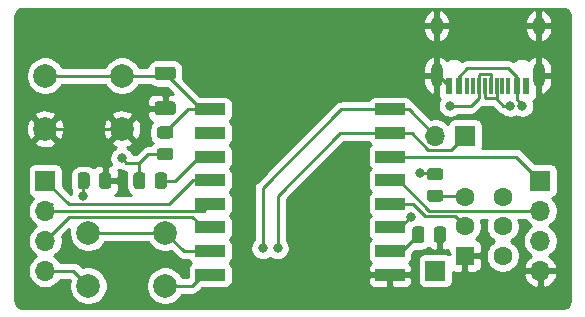
<source format=gtl>
%TF.GenerationSoftware,KiCad,Pcbnew,(5.1.9-0-10_14)*%
%TF.CreationDate,2021-03-23T08:30:50+08:00*%
%TF.ProjectId,Kernel,4b65726e-656c-42e6-9b69-6361645f7063,rev?*%
%TF.SameCoordinates,Original*%
%TF.FileFunction,Copper,L1,Top*%
%TF.FilePolarity,Positive*%
%FSLAX46Y46*%
G04 Gerber Fmt 4.6, Leading zero omitted, Abs format (unit mm)*
G04 Created by KiCad (PCBNEW (5.1.9-0-10_14)) date 2021-03-23 08:30:50*
%MOMM*%
%LPD*%
G01*
G04 APERTURE LIST*
%TA.AperFunction,ComponentPad*%
%ADD10R,1.700000X1.700000*%
%TD*%
%TA.AperFunction,SMDPad,CuDef*%
%ADD11R,2.500000X1.000000*%
%TD*%
%TA.AperFunction,SMDPad,CuDef*%
%ADD12R,0.600000X1.450000*%
%TD*%
%TA.AperFunction,SMDPad,CuDef*%
%ADD13R,0.300000X1.450000*%
%TD*%
%TA.AperFunction,ComponentPad*%
%ADD14O,1.000000X2.100000*%
%TD*%
%TA.AperFunction,ComponentPad*%
%ADD15O,1.000000X1.600000*%
%TD*%
%TA.AperFunction,ComponentPad*%
%ADD16O,1.700000X1.700000*%
%TD*%
%TA.AperFunction,ComponentPad*%
%ADD17C,2.000000*%
%TD*%
%TA.AperFunction,ComponentPad*%
%ADD18C,1.600000*%
%TD*%
%TA.AperFunction,ComponentPad*%
%ADD19R,1.600000X1.600000*%
%TD*%
%TA.AperFunction,ViaPad*%
%ADD20C,0.800000*%
%TD*%
%TA.AperFunction,Conductor*%
%ADD21C,0.250000*%
%TD*%
%TA.AperFunction,Conductor*%
%ADD22C,0.254000*%
%TD*%
%TA.AperFunction,Conductor*%
%ADD23C,0.100000*%
%TD*%
G04 APERTURE END LIST*
D10*
%TO.P,J5,1*%
%TO.N,+5V*%
X109220000Y-53340000D03*
%TD*%
D11*
%TO.P,U1,16*%
%TO.N,TXD*%
X105390000Y-39680000D03*
%TO.P,U1,15*%
%TO.N,RXD*%
X105390000Y-41680000D03*
%TO.P,U1,14*%
%TO.N,IO5*%
X105390000Y-43680000D03*
%TO.P,U1,13*%
%TO.N,IO4*%
X105390000Y-45680000D03*
%TO.P,U1,12*%
%TO.N,IO0*%
X105390000Y-47680000D03*
%TO.P,U1,11*%
%TO.N,IO2*%
X105390000Y-49680000D03*
%TO.P,U1,10*%
%TO.N,IO15*%
X105390000Y-51680000D03*
%TO.P,U1,9*%
%TO.N,GND*%
X105390000Y-53680000D03*
%TO.P,U1,8*%
%TO.N,+3V3*%
X90190000Y-53680000D03*
%TO.P,U1,7*%
%TO.N,IO13*%
X90190000Y-51680000D03*
%TO.P,U1,6*%
%TO.N,IO12*%
X90190000Y-49680000D03*
%TO.P,U1,5*%
%TO.N,IO14*%
X90190000Y-47680000D03*
%TO.P,U1,4*%
%TO.N,IO16*%
X90190000Y-45680000D03*
%TO.P,U1,3*%
%TO.N,EN*%
X90190000Y-43680000D03*
%TO.P,U1,2*%
%TO.N,Net-(U1-Pad2)*%
X90190000Y-41680000D03*
%TO.P,U1,1*%
%TO.N,RST*%
X90190000Y-39680000D03*
%TD*%
D12*
%TO.P,J1,B1*%
%TO.N,GND*%
X110415000Y-37700000D03*
%TO.P,J1,A9*%
%TO.N,+5V*%
X111215000Y-37700000D03*
%TO.P,J1,B9*%
X116115000Y-37700000D03*
%TO.P,J1,B12*%
%TO.N,GND*%
X116915000Y-37700000D03*
%TO.P,J1,A1*%
X116915000Y-37700000D03*
%TO.P,J1,A4*%
%TO.N,+5V*%
X116115000Y-37700000D03*
%TO.P,J1,B4*%
X111215000Y-37700000D03*
%TO.P,J1,A12*%
%TO.N,GND*%
X110415000Y-37700000D03*
D13*
%TO.P,J1,B8*%
%TO.N,Net-(J1-PadB8)*%
X115415000Y-37700000D03*
%TO.P,J1,A5*%
%TO.N,Net-(J1-PadA5)*%
X114915000Y-37700000D03*
%TO.P,J1,B7*%
%TO.N,Net-(J1-PadA7)*%
X114415000Y-37700000D03*
%TO.P,J1,A7*%
X113415000Y-37700000D03*
%TO.P,J1,B6*%
%TO.N,Net-(J1-PadA6)*%
X112915000Y-37700000D03*
%TO.P,J1,A8*%
%TO.N,Net-(J1-PadA8)*%
X112415000Y-37700000D03*
%TO.P,J1,B5*%
%TO.N,Net-(J1-PadB5)*%
X111915000Y-37700000D03*
%TO.P,J1,A6*%
%TO.N,Net-(J1-PadA6)*%
X113915000Y-37700000D03*
D14*
%TO.P,J1,S1*%
%TO.N,GND*%
X109345000Y-36785000D03*
X117985000Y-36785000D03*
D15*
X117985000Y-32605000D03*
X109345000Y-32605000D03*
%TD*%
D16*
%TO.P,J4,2*%
%TO.N,TXD*%
X109220000Y-41910000D03*
D10*
%TO.P,J4,1*%
%TO.N,RXD*%
X111760000Y-41910000D03*
%TD*%
D17*
%TO.P,SW3,1*%
%TO.N,+3V3*%
X79860000Y-54610000D03*
%TO.P,SW3,2*%
%TO.N,IO13*%
X79860000Y-50110000D03*
%TO.P,SW3,1*%
%TO.N,+3V3*%
X86360000Y-54610000D03*
%TO.P,SW3,2*%
%TO.N,IO13*%
X86360000Y-50110000D03*
%TD*%
%TO.P,SW2,1*%
%TO.N,RST*%
X82700000Y-36830000D03*
%TO.P,SW2,2*%
%TO.N,GND*%
X82700000Y-41330000D03*
%TO.P,SW2,1*%
%TO.N,RST*%
X76200000Y-36830000D03*
%TO.P,SW2,2*%
%TO.N,GND*%
X76200000Y-41330000D03*
%TD*%
%TO.P,R5,2*%
%TO.N,IO13*%
%TA.AperFunction,SMDPad,CuDef*%
G36*
G01*
X79967500Y-45269998D02*
X79967500Y-46170002D01*
G75*
G02*
X79717502Y-46420000I-249998J0D01*
G01*
X79192498Y-46420000D01*
G75*
G02*
X78942500Y-46170002I0J249998D01*
G01*
X78942500Y-45269998D01*
G75*
G02*
X79192498Y-45020000I249998J0D01*
G01*
X79717502Y-45020000D01*
G75*
G02*
X79967500Y-45269998I0J-249998D01*
G01*
G37*
%TD.AperFunction*%
%TO.P,R5,1*%
%TO.N,GND*%
%TA.AperFunction,SMDPad,CuDef*%
G36*
G01*
X81792500Y-45269998D02*
X81792500Y-46170002D01*
G75*
G02*
X81542502Y-46420000I-249998J0D01*
G01*
X81017498Y-46420000D01*
G75*
G02*
X80767500Y-46170002I0J249998D01*
G01*
X80767500Y-45269998D01*
G75*
G02*
X81017498Y-45020000I249998J0D01*
G01*
X81542502Y-45020000D01*
G75*
G02*
X81792500Y-45269998I0J-249998D01*
G01*
G37*
%TD.AperFunction*%
%TD*%
D16*
%TO.P,J3,4*%
%TO.N,GND*%
X118110000Y-53340000D03*
%TO.P,J3,3*%
%TO.N,IO2*%
X118110000Y-50800000D03*
%TO.P,J3,2*%
%TO.N,IO4*%
X118110000Y-48260000D03*
D10*
%TO.P,J3,1*%
%TO.N,IO5*%
X118110000Y-45720000D03*
%TD*%
D16*
%TO.P,J2,4*%
%TO.N,+3V3*%
X76200000Y-53340000D03*
%TO.P,J2,3*%
%TO.N,IO12*%
X76200000Y-50800000D03*
%TO.P,J2,2*%
%TO.N,IO14*%
X76200000Y-48260000D03*
D10*
%TO.P,J2,1*%
%TO.N,IO16*%
X76200000Y-45720000D03*
%TD*%
D18*
%TO.P,SW1,6*%
%TO.N,N/C*%
X114935000Y-47070000D03*
%TO.P,SW1,5*%
X114935000Y-49570000D03*
%TO.P,SW1,4*%
X114935000Y-52070000D03*
%TO.P,SW1,3*%
%TO.N,Net-(R1-Pad2)*%
X111735000Y-47070000D03*
%TO.P,SW1,2*%
%TO.N,IO0*%
X111735000Y-49570000D03*
D19*
%TO.P,SW1,1*%
%TO.N,GND*%
X111735000Y-52070000D03*
%TD*%
%TO.P,R4,2*%
%TO.N,+3V3*%
%TA.AperFunction,SMDPad,CuDef*%
G36*
G01*
X85909998Y-42945000D02*
X86810002Y-42945000D01*
G75*
G02*
X87060000Y-43194998I0J-249998D01*
G01*
X87060000Y-43720002D01*
G75*
G02*
X86810002Y-43970000I-249998J0D01*
G01*
X85909998Y-43970000D01*
G75*
G02*
X85660000Y-43720002I0J249998D01*
G01*
X85660000Y-43194998D01*
G75*
G02*
X85909998Y-42945000I249998J0D01*
G01*
G37*
%TD.AperFunction*%
%TO.P,R4,1*%
%TO.N,RST*%
%TA.AperFunction,SMDPad,CuDef*%
G36*
G01*
X85909998Y-41120000D02*
X86810002Y-41120000D01*
G75*
G02*
X87060000Y-41369998I0J-249998D01*
G01*
X87060000Y-41895002D01*
G75*
G02*
X86810002Y-42145000I-249998J0D01*
G01*
X85909998Y-42145000D01*
G75*
G02*
X85660000Y-41895002I0J249998D01*
G01*
X85660000Y-41369998D01*
G75*
G02*
X85909998Y-41120000I249998J0D01*
G01*
G37*
%TD.AperFunction*%
%TD*%
%TO.P,R3,2*%
%TO.N,EN*%
%TA.AperFunction,SMDPad,CuDef*%
G36*
G01*
X85490000Y-46170002D02*
X85490000Y-45269998D01*
G75*
G02*
X85739998Y-45020000I249998J0D01*
G01*
X86265002Y-45020000D01*
G75*
G02*
X86515000Y-45269998I0J-249998D01*
G01*
X86515000Y-46170002D01*
G75*
G02*
X86265002Y-46420000I-249998J0D01*
G01*
X85739998Y-46420000D01*
G75*
G02*
X85490000Y-46170002I0J249998D01*
G01*
G37*
%TD.AperFunction*%
%TO.P,R3,1*%
%TO.N,+3V3*%
%TA.AperFunction,SMDPad,CuDef*%
G36*
G01*
X83665000Y-46170002D02*
X83665000Y-45269998D01*
G75*
G02*
X83914998Y-45020000I249998J0D01*
G01*
X84440002Y-45020000D01*
G75*
G02*
X84690000Y-45269998I0J-249998D01*
G01*
X84690000Y-46170002D01*
G75*
G02*
X84440002Y-46420000I-249998J0D01*
G01*
X83914998Y-46420000D01*
G75*
G02*
X83665000Y-46170002I0J249998D01*
G01*
G37*
%TD.AperFunction*%
%TD*%
%TO.P,R2,2*%
%TO.N,IO15*%
%TA.AperFunction,SMDPad,CuDef*%
G36*
G01*
X108312000Y-49841998D02*
X108312000Y-50742002D01*
G75*
G02*
X108062002Y-50992000I-249998J0D01*
G01*
X107536998Y-50992000D01*
G75*
G02*
X107287000Y-50742002I0J249998D01*
G01*
X107287000Y-49841998D01*
G75*
G02*
X107536998Y-49592000I249998J0D01*
G01*
X108062002Y-49592000D01*
G75*
G02*
X108312000Y-49841998I0J-249998D01*
G01*
G37*
%TD.AperFunction*%
%TO.P,R2,1*%
%TO.N,GND*%
%TA.AperFunction,SMDPad,CuDef*%
G36*
G01*
X110137000Y-49841998D02*
X110137000Y-50742002D01*
G75*
G02*
X109887002Y-50992000I-249998J0D01*
G01*
X109361998Y-50992000D01*
G75*
G02*
X109112000Y-50742002I0J249998D01*
G01*
X109112000Y-49841998D01*
G75*
G02*
X109361998Y-49592000I249998J0D01*
G01*
X109887002Y-49592000D01*
G75*
G02*
X110137000Y-49841998I0J-249998D01*
G01*
G37*
%TD.AperFunction*%
%TD*%
%TO.P,R1,2*%
%TO.N,Net-(R1-Pad2)*%
%TA.AperFunction,SMDPad,CuDef*%
G36*
G01*
X108769998Y-46477500D02*
X109670002Y-46477500D01*
G75*
G02*
X109920000Y-46727498I0J-249998D01*
G01*
X109920000Y-47252502D01*
G75*
G02*
X109670002Y-47502500I-249998J0D01*
G01*
X108769998Y-47502500D01*
G75*
G02*
X108520000Y-47252502I0J249998D01*
G01*
X108520000Y-46727498D01*
G75*
G02*
X108769998Y-46477500I249998J0D01*
G01*
G37*
%TD.AperFunction*%
%TO.P,R1,1*%
%TO.N,+3V3*%
%TA.AperFunction,SMDPad,CuDef*%
G36*
G01*
X108769998Y-44652500D02*
X109670002Y-44652500D01*
G75*
G02*
X109920000Y-44902498I0J-249998D01*
G01*
X109920000Y-45427502D01*
G75*
G02*
X109670002Y-45677500I-249998J0D01*
G01*
X108769998Y-45677500D01*
G75*
G02*
X108520000Y-45427502I0J249998D01*
G01*
X108520000Y-44902498D01*
G75*
G02*
X108769998Y-44652500I249998J0D01*
G01*
G37*
%TD.AperFunction*%
%TD*%
%TO.P,C1,2*%
%TO.N,RST*%
%TA.AperFunction,SMDPad,CuDef*%
G36*
G01*
X87010001Y-37200000D02*
X85709999Y-37200000D01*
G75*
G02*
X85460000Y-36950001I0J249999D01*
G01*
X85460000Y-36299999D01*
G75*
G02*
X85709999Y-36050000I249999J0D01*
G01*
X87010001Y-36050000D01*
G75*
G02*
X87260000Y-36299999I0J-249999D01*
G01*
X87260000Y-36950001D01*
G75*
G02*
X87010001Y-37200000I-249999J0D01*
G01*
G37*
%TD.AperFunction*%
%TO.P,C1,1*%
%TO.N,GND*%
%TA.AperFunction,SMDPad,CuDef*%
G36*
G01*
X87010001Y-40150000D02*
X85709999Y-40150000D01*
G75*
G02*
X85460000Y-39900001I0J249999D01*
G01*
X85460000Y-39249999D01*
G75*
G02*
X85709999Y-39000000I249999J0D01*
G01*
X87010001Y-39000000D01*
G75*
G02*
X87260000Y-39249999I0J-249999D01*
G01*
X87260000Y-39900001D01*
G75*
G02*
X87010001Y-40150000I-249999J0D01*
G01*
G37*
%TD.AperFunction*%
%TD*%
D20*
%TO.N,+3V3*%
X107950000Y-45085000D03*
%TO.N,GND*%
X93345000Y-52324000D03*
X102235000Y-44450000D03*
%TO.N,+3V3*%
X82677000Y-43815000D03*
%TO.N,RXD*%
X95885000Y-51435000D03*
%TO.N,TXD*%
X94615000Y-51435000D03*
%TO.N,IO2*%
X107188000Y-48768000D03*
%TO.N,IO13*%
X79375000Y-46990000D03*
%TO.N,+5V*%
X116586000Y-39370000D03*
%TO.N,Net-(J1-PadA7)*%
X115570000Y-39370000D03*
%TO.N,Net-(J1-PadA6)*%
X110490000Y-39370000D03*
%TD*%
D21*
%TO.N,EN*%
X89312500Y-43680000D02*
X89555000Y-43680000D01*
X89219998Y-43680000D02*
X89555000Y-43680000D01*
X87179998Y-45720000D02*
X89219998Y-43680000D01*
X86002500Y-45720000D02*
X87179998Y-45720000D01*
%TO.N,+3V3*%
X78590000Y-53340000D02*
X79860000Y-54610000D01*
X76200000Y-53340000D02*
X78590000Y-53340000D01*
X88625000Y-54610000D02*
X89555000Y-53680000D01*
X86360000Y-54610000D02*
X88625000Y-54610000D01*
%TO.N,GND*%
X76200000Y-41330000D02*
X82700000Y-41330000D01*
%TO.N,+3V3*%
X109140000Y-45085000D02*
X109220000Y-45165000D01*
X107950000Y-45085000D02*
X109140000Y-45085000D01*
X86360000Y-43457500D02*
X84939500Y-43457500D01*
X84177500Y-44219500D02*
X84177500Y-45720000D01*
X84939500Y-43457500D02*
X84177500Y-44219500D01*
%TO.N,GND*%
X105095000Y-53340000D02*
X104755000Y-53680000D01*
X117985000Y-36785000D02*
X117830000Y-36785000D01*
X109345000Y-36785000D02*
X109500000Y-36785000D01*
X103890000Y-53680000D02*
X102235000Y-52025000D01*
X102235000Y-52025000D02*
X102235000Y-44450000D01*
X105390000Y-53680000D02*
X103890000Y-53680000D01*
X95590000Y-53680000D02*
X103890000Y-53680000D01*
X94234000Y-52324000D02*
X95590000Y-53680000D01*
X93345000Y-52324000D02*
X94234000Y-52324000D01*
X109500000Y-36785000D02*
X110415000Y-37700000D01*
X84455000Y-39575000D02*
X82700000Y-41330000D01*
X86360000Y-39575000D02*
X84455000Y-39575000D01*
X81280000Y-42750000D02*
X82700000Y-41330000D01*
X81280000Y-45720000D02*
X81280000Y-42750000D01*
%TO.N,+3V3*%
X83081500Y-44219500D02*
X82677000Y-43815000D01*
X84177500Y-44219500D02*
X83081500Y-44219500D01*
%TO.N,IO15*%
X104920000Y-51515000D02*
X104755000Y-51680000D01*
X106411500Y-51680000D02*
X105390000Y-51680000D01*
X107799500Y-50292000D02*
X106411500Y-51680000D01*
%TO.N,IO0*%
X107370000Y-47680000D02*
X104755000Y-47680000D01*
X110875010Y-48710010D02*
X111735000Y-49570000D01*
X108400010Y-48710010D02*
X110875010Y-48710010D01*
X107370000Y-47680000D02*
X108400010Y-48710010D01*
%TO.N,RXD*%
X110584999Y-43085001D02*
X111760000Y-41910000D01*
X108655999Y-43085001D02*
X110584999Y-43085001D01*
X107250998Y-41680000D02*
X108655999Y-43085001D01*
X104755000Y-41680000D02*
X107250998Y-41680000D01*
X95885000Y-51435000D02*
X95885000Y-46990000D01*
X101195000Y-41680000D02*
X105390000Y-41680000D01*
X95885000Y-46990000D02*
X101195000Y-41680000D01*
%TO.N,TXD*%
X101290000Y-39680000D02*
X105390000Y-39680000D01*
X94615000Y-46355000D02*
X101290000Y-39680000D01*
X94615000Y-51435000D02*
X94615000Y-46355000D01*
X106990000Y-39680000D02*
X109220000Y-41910000D01*
X105390000Y-39680000D02*
X106990000Y-39680000D01*
%TO.N,Net-(R1-Pad2)*%
X111655000Y-46990000D02*
X111735000Y-47070000D01*
X109220000Y-46990000D02*
X111655000Y-46990000D01*
%TO.N,RST*%
X88947500Y-39680000D02*
X89555000Y-39680000D01*
X89415000Y-39680000D02*
X89555000Y-39680000D01*
X86360000Y-36625000D02*
X89415000Y-39680000D01*
X76200000Y-36830000D02*
X82700000Y-36830000D01*
X86155000Y-36830000D02*
X86360000Y-36625000D01*
X82700000Y-36830000D02*
X86155000Y-36830000D01*
X88312500Y-39680000D02*
X89555000Y-39680000D01*
X86360000Y-41632500D02*
X88312500Y-39680000D01*
%TO.N,IO12*%
X88659999Y-48784999D02*
X89555000Y-49680000D01*
X78215001Y-48784999D02*
X88659999Y-48784999D01*
X76200000Y-50800000D02*
X78215001Y-48784999D01*
%TO.N,IO14*%
X76200000Y-48260000D02*
X76200000Y-48411002D01*
X76780000Y-47680000D02*
X76200000Y-48260000D01*
X89610000Y-48260000D02*
X90190000Y-47680000D01*
X76200000Y-48260000D02*
X89610000Y-48260000D01*
%TO.N,IO16*%
X86654999Y-47715001D02*
X88690000Y-45680000D01*
X88690000Y-45680000D02*
X90190000Y-45680000D01*
X78195001Y-47715001D02*
X86654999Y-47715001D01*
X76200000Y-45720000D02*
X78195001Y-47715001D01*
%TO.N,IO2*%
X105390000Y-49680000D02*
X105615510Y-49454490D01*
X106276000Y-49680000D02*
X107188000Y-48768000D01*
X105390000Y-49680000D02*
X106276000Y-49680000D01*
%TO.N,IO4*%
X104755000Y-45680000D02*
X106255000Y-45680000D01*
X108720000Y-48260000D02*
X118110000Y-48260000D01*
X106140000Y-45680000D02*
X108720000Y-48260000D01*
X105390000Y-45680000D02*
X106140000Y-45680000D01*
%TO.N,IO5*%
X105090002Y-43680000D02*
X104755000Y-43680000D01*
X117827490Y-45437490D02*
X118110000Y-45720000D01*
X116070000Y-43680000D02*
X118110000Y-45720000D01*
X105390000Y-43680000D02*
X116070000Y-43680000D01*
%TO.N,IO13*%
X79860000Y-50110000D02*
X86360000Y-50110000D01*
X87930000Y-51680000D02*
X89555000Y-51680000D01*
X86360000Y-50110000D02*
X87930000Y-51680000D01*
X79375000Y-45800000D02*
X79455000Y-45720000D01*
X79375000Y-46990000D02*
X79375000Y-45800000D01*
%TO.N,+5V*%
X116586000Y-39312998D02*
X116586000Y-39370000D01*
X116115000Y-38841998D02*
X116586000Y-39312998D01*
X116115000Y-37700000D02*
X116115000Y-38841998D01*
X116115000Y-36939998D02*
X116115000Y-37700000D01*
X115374991Y-36199989D02*
X116115000Y-36939998D01*
X111955009Y-36199989D02*
X115374991Y-36199989D01*
X111215000Y-36939998D02*
X111955009Y-36199989D01*
X111215000Y-37700000D02*
X111215000Y-36939998D01*
%TO.N,Net-(J1-PadA7)*%
X114415000Y-38660002D02*
X114415000Y-37700000D01*
X114325001Y-38750001D02*
X114415000Y-38660002D01*
X113415000Y-38675000D02*
X113490001Y-38750001D01*
X113490001Y-38750001D02*
X114325001Y-38750001D01*
X113415000Y-37700000D02*
X113415000Y-38675000D01*
X114415000Y-38780685D02*
X114415000Y-37700000D01*
X115004315Y-39370000D02*
X114415000Y-38780685D01*
X115570000Y-39370000D02*
X115004315Y-39370000D01*
%TO.N,Net-(J1-PadA6)*%
X113915000Y-36725000D02*
X113915000Y-37700000D01*
X113004999Y-36649999D02*
X113839999Y-36649999D01*
X113839999Y-36649999D02*
X113915000Y-36725000D01*
X112915000Y-36739998D02*
X113004999Y-36649999D01*
X112915000Y-37700000D02*
X112915000Y-36739998D01*
X112915000Y-38675000D02*
X112915000Y-37700000D01*
X112220000Y-39370000D02*
X112915000Y-38675000D01*
X110490000Y-39370000D02*
X112220000Y-39370000D01*
%TD*%
D22*
%TO.N,GND*%
X120132869Y-31154722D02*
X120246246Y-31188953D01*
X120350819Y-31244555D01*
X120442596Y-31319407D01*
X120518091Y-31410664D01*
X120574419Y-31514844D01*
X120609440Y-31627976D01*
X120625001Y-31776031D01*
X120625000Y-55847721D01*
X120610278Y-55997869D01*
X120576047Y-56111246D01*
X120520446Y-56215817D01*
X120445594Y-56307595D01*
X120354335Y-56383091D01*
X120250160Y-56439419D01*
X120137024Y-56474440D01*
X119988979Y-56490000D01*
X74327279Y-56490000D01*
X74177131Y-56475278D01*
X74063754Y-56441047D01*
X73959183Y-56385446D01*
X73867405Y-56310594D01*
X73791909Y-56219335D01*
X73735581Y-56115160D01*
X73700560Y-56002024D01*
X73685000Y-55853979D01*
X73685000Y-42465413D01*
X75244192Y-42465413D01*
X75339956Y-42729814D01*
X75629571Y-42870704D01*
X75941108Y-42952384D01*
X76262595Y-42971718D01*
X76581675Y-42927961D01*
X76886088Y-42822795D01*
X77060044Y-42729814D01*
X77155808Y-42465413D01*
X76200000Y-41509605D01*
X75244192Y-42465413D01*
X73685000Y-42465413D01*
X73685000Y-41392595D01*
X74558282Y-41392595D01*
X74602039Y-41711675D01*
X74707205Y-42016088D01*
X74800186Y-42190044D01*
X75064587Y-42285808D01*
X76020395Y-41330000D01*
X76379605Y-41330000D01*
X77335413Y-42285808D01*
X77599814Y-42190044D01*
X77740704Y-41900429D01*
X77822384Y-41588892D01*
X77834189Y-41392595D01*
X81058282Y-41392595D01*
X81102039Y-41711675D01*
X81207205Y-42016088D01*
X81300186Y-42190044D01*
X81564587Y-42285808D01*
X82520395Y-41330000D01*
X82879605Y-41330000D01*
X83835413Y-42285808D01*
X84099814Y-42190044D01*
X84240704Y-41900429D01*
X84322384Y-41588892D01*
X84341718Y-41267405D01*
X84297961Y-40948325D01*
X84192795Y-40643912D01*
X84099814Y-40469956D01*
X83835413Y-40374192D01*
X82879605Y-41330000D01*
X82520395Y-41330000D01*
X81564587Y-40374192D01*
X81300186Y-40469956D01*
X81159296Y-40759571D01*
X81077616Y-41071108D01*
X81058282Y-41392595D01*
X77834189Y-41392595D01*
X77841718Y-41267405D01*
X77797961Y-40948325D01*
X77692795Y-40643912D01*
X77599814Y-40469956D01*
X77335413Y-40374192D01*
X76379605Y-41330000D01*
X76020395Y-41330000D01*
X75064587Y-40374192D01*
X74800186Y-40469956D01*
X74659296Y-40759571D01*
X74577616Y-41071108D01*
X74558282Y-41392595D01*
X73685000Y-41392595D01*
X73685000Y-40194587D01*
X75244192Y-40194587D01*
X76200000Y-41150395D01*
X77155808Y-40194587D01*
X81744192Y-40194587D01*
X82700000Y-41150395D01*
X83655808Y-40194587D01*
X83560044Y-39930186D01*
X83270429Y-39789296D01*
X82958892Y-39707616D01*
X82637405Y-39688282D01*
X82318325Y-39732039D01*
X82013912Y-39837205D01*
X81839956Y-39930186D01*
X81744192Y-40194587D01*
X77155808Y-40194587D01*
X77060044Y-39930186D01*
X76770429Y-39789296D01*
X76458892Y-39707616D01*
X76137405Y-39688282D01*
X75818325Y-39732039D01*
X75513912Y-39837205D01*
X75339956Y-39930186D01*
X75244192Y-40194587D01*
X73685000Y-40194587D01*
X73685000Y-39000000D01*
X84821928Y-39000000D01*
X84825000Y-39289250D01*
X84983750Y-39448000D01*
X86233000Y-39448000D01*
X86233000Y-38523750D01*
X86074250Y-38365000D01*
X85460000Y-38361928D01*
X85335518Y-38374188D01*
X85215820Y-38410498D01*
X85105506Y-38469463D01*
X85008815Y-38548815D01*
X84929463Y-38645506D01*
X84870498Y-38755820D01*
X84834188Y-38875518D01*
X84821928Y-39000000D01*
X73685000Y-39000000D01*
X73685000Y-36668967D01*
X74565000Y-36668967D01*
X74565000Y-36991033D01*
X74627832Y-37306912D01*
X74751082Y-37604463D01*
X74930013Y-37872252D01*
X75157748Y-38099987D01*
X75425537Y-38278918D01*
X75723088Y-38402168D01*
X76038967Y-38465000D01*
X76361033Y-38465000D01*
X76676912Y-38402168D01*
X76974463Y-38278918D01*
X77242252Y-38099987D01*
X77469987Y-37872252D01*
X77648918Y-37604463D01*
X77654909Y-37590000D01*
X81245091Y-37590000D01*
X81251082Y-37604463D01*
X81430013Y-37872252D01*
X81657748Y-38099987D01*
X81925537Y-38278918D01*
X82223088Y-38402168D01*
X82538967Y-38465000D01*
X82861033Y-38465000D01*
X83176912Y-38402168D01*
X83474463Y-38278918D01*
X83742252Y-38099987D01*
X83969987Y-37872252D01*
X84148918Y-37604463D01*
X84154909Y-37590000D01*
X85096706Y-37590000D01*
X85216613Y-37688405D01*
X85370149Y-37770472D01*
X85536745Y-37821008D01*
X85709999Y-37838072D01*
X86498271Y-37838072D01*
X87023310Y-38363112D01*
X86645750Y-38365000D01*
X86487000Y-38523750D01*
X86487000Y-39448000D01*
X86507000Y-39448000D01*
X86507000Y-39702000D01*
X86487000Y-39702000D01*
X86487000Y-39722000D01*
X86233000Y-39722000D01*
X86233000Y-39702000D01*
X84983750Y-39702000D01*
X84825000Y-39860750D01*
X84821928Y-40150000D01*
X84834188Y-40274482D01*
X84870498Y-40394180D01*
X84929463Y-40504494D01*
X85008815Y-40601185D01*
X85105506Y-40680537D01*
X85215820Y-40739502D01*
X85270505Y-40756091D01*
X85171595Y-40876613D01*
X85089528Y-41030148D01*
X85038992Y-41196744D01*
X85021928Y-41369998D01*
X85021928Y-41895002D01*
X85038992Y-42068256D01*
X85089528Y-42234852D01*
X85171595Y-42388387D01*
X85282038Y-42522962D01*
X85308891Y-42545000D01*
X85282038Y-42567038D01*
X85174970Y-42697500D01*
X84976825Y-42697500D01*
X84939500Y-42693824D01*
X84902175Y-42697500D01*
X84902167Y-42697500D01*
X84790514Y-42708497D01*
X84647253Y-42751954D01*
X84515224Y-42822526D01*
X84399499Y-42917499D01*
X84375701Y-42946498D01*
X83862699Y-43459500D01*
X83650023Y-43459500D01*
X83594205Y-43324744D01*
X83480937Y-43155226D01*
X83336774Y-43011063D01*
X83167848Y-42898191D01*
X83386088Y-42822795D01*
X83560044Y-42729814D01*
X83655808Y-42465413D01*
X82700000Y-41509605D01*
X81744192Y-42465413D01*
X81839956Y-42729814D01*
X82129571Y-42870704D01*
X82204635Y-42890384D01*
X82186744Y-42897795D01*
X82017226Y-43011063D01*
X81873063Y-43155226D01*
X81759795Y-43324744D01*
X81681774Y-43513102D01*
X81642000Y-43713061D01*
X81642000Y-43916939D01*
X81681774Y-44116898D01*
X81759795Y-44305256D01*
X81812330Y-44383881D01*
X81792500Y-44381928D01*
X81565750Y-44385000D01*
X81407000Y-44543750D01*
X81407000Y-45593000D01*
X82268750Y-45593000D01*
X82427500Y-45434250D01*
X82430572Y-45020000D01*
X82418312Y-44895518D01*
X82393552Y-44813896D01*
X82575061Y-44850000D01*
X82651772Y-44850000D01*
X82657224Y-44854474D01*
X82789253Y-44925046D01*
X82932514Y-44968503D01*
X83044167Y-44979500D01*
X83044176Y-44979500D01*
X83078531Y-44982884D01*
X83043992Y-45096744D01*
X83026928Y-45269998D01*
X83026928Y-46170002D01*
X83043992Y-46343256D01*
X83094528Y-46509852D01*
X83176595Y-46663387D01*
X83287038Y-46797962D01*
X83421613Y-46908405D01*
X83508787Y-46955001D01*
X82138643Y-46955001D01*
X82146994Y-46950537D01*
X82243685Y-46871185D01*
X82323037Y-46774494D01*
X82382002Y-46664180D01*
X82418312Y-46544482D01*
X82430572Y-46420000D01*
X82427500Y-46005750D01*
X82268750Y-45847000D01*
X81407000Y-45847000D01*
X81407000Y-45867000D01*
X81153000Y-45867000D01*
X81153000Y-45847000D01*
X81133000Y-45847000D01*
X81133000Y-45593000D01*
X81153000Y-45593000D01*
X81153000Y-44543750D01*
X80994250Y-44385000D01*
X80767500Y-44381928D01*
X80643018Y-44394188D01*
X80523320Y-44430498D01*
X80413006Y-44489463D01*
X80316315Y-44568815D01*
X80292137Y-44598276D01*
X80210887Y-44531595D01*
X80057352Y-44449528D01*
X79890756Y-44398992D01*
X79717502Y-44381928D01*
X79192498Y-44381928D01*
X79019244Y-44398992D01*
X78852648Y-44449528D01*
X78699113Y-44531595D01*
X78564538Y-44642038D01*
X78454095Y-44776613D01*
X78372028Y-44930148D01*
X78321492Y-45096744D01*
X78304428Y-45269998D01*
X78304428Y-46170002D01*
X78321492Y-46343256D01*
X78372028Y-46509852D01*
X78417990Y-46595840D01*
X78379774Y-46688102D01*
X78357066Y-46802263D01*
X77688072Y-46133270D01*
X77688072Y-44870000D01*
X77675812Y-44745518D01*
X77639502Y-44625820D01*
X77580537Y-44515506D01*
X77501185Y-44418815D01*
X77404494Y-44339463D01*
X77294180Y-44280498D01*
X77174482Y-44244188D01*
X77050000Y-44231928D01*
X75350000Y-44231928D01*
X75225518Y-44244188D01*
X75105820Y-44280498D01*
X74995506Y-44339463D01*
X74898815Y-44418815D01*
X74819463Y-44515506D01*
X74760498Y-44625820D01*
X74724188Y-44745518D01*
X74711928Y-44870000D01*
X74711928Y-46570000D01*
X74724188Y-46694482D01*
X74760498Y-46814180D01*
X74819463Y-46924494D01*
X74898815Y-47021185D01*
X74995506Y-47100537D01*
X75105820Y-47159502D01*
X75178380Y-47181513D01*
X75046525Y-47313368D01*
X74884010Y-47556589D01*
X74772068Y-47826842D01*
X74715000Y-48113740D01*
X74715000Y-48406260D01*
X74772068Y-48693158D01*
X74884010Y-48963411D01*
X75046525Y-49206632D01*
X75253368Y-49413475D01*
X75427760Y-49530000D01*
X75253368Y-49646525D01*
X75046525Y-49853368D01*
X74884010Y-50096589D01*
X74772068Y-50366842D01*
X74715000Y-50653740D01*
X74715000Y-50946260D01*
X74772068Y-51233158D01*
X74884010Y-51503411D01*
X75046525Y-51746632D01*
X75253368Y-51953475D01*
X75427760Y-52070000D01*
X75253368Y-52186525D01*
X75046525Y-52393368D01*
X74884010Y-52636589D01*
X74772068Y-52906842D01*
X74715000Y-53193740D01*
X74715000Y-53486260D01*
X74772068Y-53773158D01*
X74884010Y-54043411D01*
X75046525Y-54286632D01*
X75253368Y-54493475D01*
X75496589Y-54655990D01*
X75766842Y-54767932D01*
X76053740Y-54825000D01*
X76346260Y-54825000D01*
X76633158Y-54767932D01*
X76903411Y-54655990D01*
X77146632Y-54493475D01*
X77353475Y-54286632D01*
X77478178Y-54100000D01*
X78275199Y-54100000D01*
X78293823Y-54118624D01*
X78287832Y-54133088D01*
X78225000Y-54448967D01*
X78225000Y-54771033D01*
X78287832Y-55086912D01*
X78411082Y-55384463D01*
X78590013Y-55652252D01*
X78817748Y-55879987D01*
X79085537Y-56058918D01*
X79383088Y-56182168D01*
X79698967Y-56245000D01*
X80021033Y-56245000D01*
X80336912Y-56182168D01*
X80634463Y-56058918D01*
X80902252Y-55879987D01*
X81129987Y-55652252D01*
X81308918Y-55384463D01*
X81432168Y-55086912D01*
X81495000Y-54771033D01*
X81495000Y-54448967D01*
X81432168Y-54133088D01*
X81308918Y-53835537D01*
X81129987Y-53567748D01*
X80902252Y-53340013D01*
X80634463Y-53161082D01*
X80336912Y-53037832D01*
X80021033Y-52975000D01*
X79698967Y-52975000D01*
X79383088Y-53037832D01*
X79368624Y-53043823D01*
X79153804Y-52829003D01*
X79130001Y-52799999D01*
X79014276Y-52705026D01*
X78882247Y-52634454D01*
X78738986Y-52590997D01*
X78627333Y-52580000D01*
X78627322Y-52580000D01*
X78590000Y-52576324D01*
X78552678Y-52580000D01*
X77478178Y-52580000D01*
X77353475Y-52393368D01*
X77146632Y-52186525D01*
X76972240Y-52070000D01*
X77146632Y-51953475D01*
X77353475Y-51746632D01*
X77515990Y-51503411D01*
X77627932Y-51233158D01*
X77685000Y-50946260D01*
X77685000Y-50653740D01*
X77641209Y-50433592D01*
X78249623Y-49825179D01*
X78225000Y-49948967D01*
X78225000Y-50271033D01*
X78287832Y-50586912D01*
X78411082Y-50884463D01*
X78590013Y-51152252D01*
X78817748Y-51379987D01*
X79085537Y-51558918D01*
X79383088Y-51682168D01*
X79698967Y-51745000D01*
X80021033Y-51745000D01*
X80336912Y-51682168D01*
X80634463Y-51558918D01*
X80902252Y-51379987D01*
X81129987Y-51152252D01*
X81308918Y-50884463D01*
X81314909Y-50870000D01*
X84905091Y-50870000D01*
X84911082Y-50884463D01*
X85090013Y-51152252D01*
X85317748Y-51379987D01*
X85585537Y-51558918D01*
X85883088Y-51682168D01*
X86198967Y-51745000D01*
X86521033Y-51745000D01*
X86836912Y-51682168D01*
X86851375Y-51676177D01*
X87366201Y-52191003D01*
X87389999Y-52220001D01*
X87505724Y-52314974D01*
X87637753Y-52385546D01*
X87781014Y-52429003D01*
X87892667Y-52440000D01*
X87892676Y-52440000D01*
X87929999Y-52443676D01*
X87967322Y-52440000D01*
X88358954Y-52440000D01*
X88409463Y-52534494D01*
X88488815Y-52631185D01*
X88548296Y-52680000D01*
X88488815Y-52728815D01*
X88409463Y-52825506D01*
X88350498Y-52935820D01*
X88314188Y-53055518D01*
X88301928Y-53180000D01*
X88301928Y-53850000D01*
X87814909Y-53850000D01*
X87808918Y-53835537D01*
X87629987Y-53567748D01*
X87402252Y-53340013D01*
X87134463Y-53161082D01*
X86836912Y-53037832D01*
X86521033Y-52975000D01*
X86198967Y-52975000D01*
X85883088Y-53037832D01*
X85585537Y-53161082D01*
X85317748Y-53340013D01*
X85090013Y-53567748D01*
X84911082Y-53835537D01*
X84787832Y-54133088D01*
X84725000Y-54448967D01*
X84725000Y-54771033D01*
X84787832Y-55086912D01*
X84911082Y-55384463D01*
X85090013Y-55652252D01*
X85317748Y-55879987D01*
X85585537Y-56058918D01*
X85883088Y-56182168D01*
X86198967Y-56245000D01*
X86521033Y-56245000D01*
X86836912Y-56182168D01*
X87134463Y-56058918D01*
X87402252Y-55879987D01*
X87629987Y-55652252D01*
X87808918Y-55384463D01*
X87814909Y-55370000D01*
X88587678Y-55370000D01*
X88625000Y-55373676D01*
X88662322Y-55370000D01*
X88662333Y-55370000D01*
X88773986Y-55359003D01*
X88917247Y-55315546D01*
X89049276Y-55244974D01*
X89165001Y-55150001D01*
X89188803Y-55120998D01*
X89491729Y-54818072D01*
X91440000Y-54818072D01*
X91564482Y-54805812D01*
X91684180Y-54769502D01*
X91794494Y-54710537D01*
X91891185Y-54631185D01*
X91970537Y-54534494D01*
X92029502Y-54424180D01*
X92065812Y-54304482D01*
X92078072Y-54180000D01*
X103501928Y-54180000D01*
X103514188Y-54304482D01*
X103550498Y-54424180D01*
X103609463Y-54534494D01*
X103688815Y-54631185D01*
X103785506Y-54710537D01*
X103895820Y-54769502D01*
X104015518Y-54805812D01*
X104140000Y-54818072D01*
X105104250Y-54815000D01*
X105263000Y-54656250D01*
X105263000Y-53807000D01*
X105517000Y-53807000D01*
X105517000Y-54656250D01*
X105675750Y-54815000D01*
X106640000Y-54818072D01*
X106764482Y-54805812D01*
X106884180Y-54769502D01*
X106994494Y-54710537D01*
X107091185Y-54631185D01*
X107170537Y-54534494D01*
X107229502Y-54424180D01*
X107265812Y-54304482D01*
X107278072Y-54180000D01*
X107275000Y-53965750D01*
X107116250Y-53807000D01*
X105517000Y-53807000D01*
X105263000Y-53807000D01*
X103663750Y-53807000D01*
X103505000Y-53965750D01*
X103501928Y-54180000D01*
X92078072Y-54180000D01*
X92078072Y-53180000D01*
X92065812Y-53055518D01*
X92029502Y-52935820D01*
X91970537Y-52825506D01*
X91891185Y-52728815D01*
X91831704Y-52680000D01*
X91891185Y-52631185D01*
X91970537Y-52534494D01*
X92029502Y-52424180D01*
X92065812Y-52304482D01*
X92078072Y-52180000D01*
X92078072Y-51333061D01*
X93580000Y-51333061D01*
X93580000Y-51536939D01*
X93619774Y-51736898D01*
X93697795Y-51925256D01*
X93811063Y-52094774D01*
X93955226Y-52238937D01*
X94124744Y-52352205D01*
X94313102Y-52430226D01*
X94513061Y-52470000D01*
X94716939Y-52470000D01*
X94916898Y-52430226D01*
X95105256Y-52352205D01*
X95250000Y-52255490D01*
X95394744Y-52352205D01*
X95583102Y-52430226D01*
X95783061Y-52470000D01*
X95986939Y-52470000D01*
X96186898Y-52430226D01*
X96375256Y-52352205D01*
X96544774Y-52238937D01*
X96688937Y-52094774D01*
X96802205Y-51925256D01*
X96880226Y-51736898D01*
X96920000Y-51536939D01*
X96920000Y-51333061D01*
X96880226Y-51133102D01*
X96802205Y-50944744D01*
X96688937Y-50775226D01*
X96645000Y-50731289D01*
X96645000Y-47304801D01*
X101509802Y-42440000D01*
X103558954Y-42440000D01*
X103609463Y-42534494D01*
X103688815Y-42631185D01*
X103748296Y-42680000D01*
X103688815Y-42728815D01*
X103609463Y-42825506D01*
X103550498Y-42935820D01*
X103514188Y-43055518D01*
X103501928Y-43180000D01*
X103501928Y-44180000D01*
X103514188Y-44304482D01*
X103550498Y-44424180D01*
X103609463Y-44534494D01*
X103688815Y-44631185D01*
X103748296Y-44680000D01*
X103688815Y-44728815D01*
X103609463Y-44825506D01*
X103550498Y-44935820D01*
X103514188Y-45055518D01*
X103501928Y-45180000D01*
X103501928Y-46180000D01*
X103514188Y-46304482D01*
X103550498Y-46424180D01*
X103609463Y-46534494D01*
X103688815Y-46631185D01*
X103748296Y-46680000D01*
X103688815Y-46728815D01*
X103609463Y-46825506D01*
X103550498Y-46935820D01*
X103514188Y-47055518D01*
X103501928Y-47180000D01*
X103501928Y-48180000D01*
X103514188Y-48304482D01*
X103550498Y-48424180D01*
X103609463Y-48534494D01*
X103688815Y-48631185D01*
X103748296Y-48680000D01*
X103688815Y-48728815D01*
X103609463Y-48825506D01*
X103550498Y-48935820D01*
X103514188Y-49055518D01*
X103501928Y-49180000D01*
X103501928Y-50180000D01*
X103514188Y-50304482D01*
X103550498Y-50424180D01*
X103609463Y-50534494D01*
X103688815Y-50631185D01*
X103748296Y-50680000D01*
X103688815Y-50728815D01*
X103609463Y-50825506D01*
X103550498Y-50935820D01*
X103514188Y-51055518D01*
X103501928Y-51180000D01*
X103501928Y-52180000D01*
X103514188Y-52304482D01*
X103550498Y-52424180D01*
X103609463Y-52534494D01*
X103688815Y-52631185D01*
X103748296Y-52680000D01*
X103688815Y-52728815D01*
X103609463Y-52825506D01*
X103550498Y-52935820D01*
X103514188Y-53055518D01*
X103501928Y-53180000D01*
X103505000Y-53394250D01*
X103663750Y-53553000D01*
X105263000Y-53553000D01*
X105263000Y-53533000D01*
X105517000Y-53533000D01*
X105517000Y-53553000D01*
X107116250Y-53553000D01*
X107275000Y-53394250D01*
X107278072Y-53180000D01*
X107265812Y-53055518D01*
X107229502Y-52935820D01*
X107170537Y-52825506D01*
X107091185Y-52728815D01*
X107031704Y-52680000D01*
X107091185Y-52631185D01*
X107170537Y-52534494D01*
X107229502Y-52424180D01*
X107265812Y-52304482D01*
X107278072Y-52180000D01*
X107278072Y-51888229D01*
X107536299Y-51630003D01*
X107536998Y-51630072D01*
X108062002Y-51630072D01*
X108235256Y-51613008D01*
X108401852Y-51562472D01*
X108555387Y-51480405D01*
X108636637Y-51413724D01*
X108660815Y-51443185D01*
X108757506Y-51522537D01*
X108867820Y-51581502D01*
X108987518Y-51617812D01*
X109112000Y-51630072D01*
X109338750Y-51627000D01*
X109497500Y-51468250D01*
X109497500Y-50419000D01*
X109477500Y-50419000D01*
X109477500Y-50165000D01*
X109497500Y-50165000D01*
X109497500Y-50145000D01*
X109751500Y-50145000D01*
X109751500Y-50165000D01*
X109771500Y-50165000D01*
X109771500Y-50419000D01*
X109751500Y-50419000D01*
X109751500Y-51468250D01*
X109910250Y-51627000D01*
X110137000Y-51630072D01*
X110261482Y-51617812D01*
X110298938Y-51606450D01*
X110300000Y-51784250D01*
X110458748Y-51942998D01*
X110393691Y-51942998D01*
X110314180Y-51900498D01*
X110194482Y-51864188D01*
X110070000Y-51851928D01*
X108370000Y-51851928D01*
X108245518Y-51864188D01*
X108125820Y-51900498D01*
X108015506Y-51959463D01*
X107918815Y-52038815D01*
X107839463Y-52135506D01*
X107780498Y-52245820D01*
X107744188Y-52365518D01*
X107731928Y-52490000D01*
X107731928Y-54190000D01*
X107744188Y-54314482D01*
X107780498Y-54434180D01*
X107839463Y-54544494D01*
X107918815Y-54641185D01*
X108015506Y-54720537D01*
X108125820Y-54779502D01*
X108245518Y-54815812D01*
X108370000Y-54828072D01*
X110070000Y-54828072D01*
X110194482Y-54815812D01*
X110314180Y-54779502D01*
X110424494Y-54720537D01*
X110521185Y-54641185D01*
X110600537Y-54544494D01*
X110659502Y-54434180D01*
X110695812Y-54314482D01*
X110708072Y-54190000D01*
X110708072Y-53696890D01*
X116668524Y-53696890D01*
X116713175Y-53844099D01*
X116838359Y-54106920D01*
X117012412Y-54340269D01*
X117228645Y-54535178D01*
X117478748Y-54684157D01*
X117753109Y-54781481D01*
X117983000Y-54660814D01*
X117983000Y-53467000D01*
X118237000Y-53467000D01*
X118237000Y-54660814D01*
X118466891Y-54781481D01*
X118741252Y-54684157D01*
X118991355Y-54535178D01*
X119207588Y-54340269D01*
X119381641Y-54106920D01*
X119506825Y-53844099D01*
X119551476Y-53696890D01*
X119430155Y-53467000D01*
X118237000Y-53467000D01*
X117983000Y-53467000D01*
X116789845Y-53467000D01*
X116668524Y-53696890D01*
X110708072Y-53696890D01*
X110708072Y-53464735D01*
X110810518Y-53495812D01*
X110935000Y-53508072D01*
X111449250Y-53505000D01*
X111608000Y-53346250D01*
X111608000Y-52197000D01*
X111862000Y-52197000D01*
X111862000Y-53346250D01*
X112020750Y-53505000D01*
X112535000Y-53508072D01*
X112659482Y-53495812D01*
X112779180Y-53459502D01*
X112889494Y-53400537D01*
X112986185Y-53321185D01*
X113065537Y-53224494D01*
X113124502Y-53114180D01*
X113160812Y-52994482D01*
X113173072Y-52870000D01*
X113170000Y-52355750D01*
X113011250Y-52197000D01*
X111862000Y-52197000D01*
X111608000Y-52197000D01*
X111588000Y-52197000D01*
X111588000Y-51943000D01*
X111608000Y-51943000D01*
X111608000Y-51923000D01*
X111862000Y-51923000D01*
X111862000Y-51943000D01*
X113011250Y-51943000D01*
X113170000Y-51784250D01*
X113173072Y-51270000D01*
X113160812Y-51145518D01*
X113124502Y-51025820D01*
X113065537Y-50915506D01*
X112986185Y-50818815D01*
X112889494Y-50739463D01*
X112779180Y-50680498D01*
X112683057Y-50651339D01*
X112849637Y-50484759D01*
X113006680Y-50249727D01*
X113114853Y-49988574D01*
X113170000Y-49711335D01*
X113170000Y-49428665D01*
X113114853Y-49151426D01*
X113060415Y-49020000D01*
X113609585Y-49020000D01*
X113555147Y-49151426D01*
X113500000Y-49428665D01*
X113500000Y-49711335D01*
X113555147Y-49988574D01*
X113663320Y-50249727D01*
X113820363Y-50484759D01*
X114020241Y-50684637D01*
X114222827Y-50820000D01*
X114020241Y-50955363D01*
X113820363Y-51155241D01*
X113663320Y-51390273D01*
X113555147Y-51651426D01*
X113500000Y-51928665D01*
X113500000Y-52211335D01*
X113555147Y-52488574D01*
X113663320Y-52749727D01*
X113820363Y-52984759D01*
X114020241Y-53184637D01*
X114255273Y-53341680D01*
X114516426Y-53449853D01*
X114793665Y-53505000D01*
X115076335Y-53505000D01*
X115353574Y-53449853D01*
X115614727Y-53341680D01*
X115849759Y-53184637D01*
X116049637Y-52984759D01*
X116206680Y-52749727D01*
X116314853Y-52488574D01*
X116370000Y-52211335D01*
X116370000Y-51928665D01*
X116314853Y-51651426D01*
X116206680Y-51390273D01*
X116049637Y-51155241D01*
X115849759Y-50955363D01*
X115647173Y-50820000D01*
X115849759Y-50684637D01*
X116049637Y-50484759D01*
X116206680Y-50249727D01*
X116314853Y-49988574D01*
X116370000Y-49711335D01*
X116370000Y-49428665D01*
X116314853Y-49151426D01*
X116260415Y-49020000D01*
X116831822Y-49020000D01*
X116956525Y-49206632D01*
X117163368Y-49413475D01*
X117337760Y-49530000D01*
X117163368Y-49646525D01*
X116956525Y-49853368D01*
X116794010Y-50096589D01*
X116682068Y-50366842D01*
X116625000Y-50653740D01*
X116625000Y-50946260D01*
X116682068Y-51233158D01*
X116794010Y-51503411D01*
X116956525Y-51746632D01*
X117163368Y-51953475D01*
X117345534Y-52075195D01*
X117228645Y-52144822D01*
X117012412Y-52339731D01*
X116838359Y-52573080D01*
X116713175Y-52835901D01*
X116668524Y-52983110D01*
X116789845Y-53213000D01*
X117983000Y-53213000D01*
X117983000Y-53193000D01*
X118237000Y-53193000D01*
X118237000Y-53213000D01*
X119430155Y-53213000D01*
X119551476Y-52983110D01*
X119506825Y-52835901D01*
X119381641Y-52573080D01*
X119207588Y-52339731D01*
X118991355Y-52144822D01*
X118874466Y-52075195D01*
X119056632Y-51953475D01*
X119263475Y-51746632D01*
X119425990Y-51503411D01*
X119537932Y-51233158D01*
X119595000Y-50946260D01*
X119595000Y-50653740D01*
X119537932Y-50366842D01*
X119425990Y-50096589D01*
X119263475Y-49853368D01*
X119056632Y-49646525D01*
X118882240Y-49530000D01*
X119056632Y-49413475D01*
X119263475Y-49206632D01*
X119425990Y-48963411D01*
X119537932Y-48693158D01*
X119595000Y-48406260D01*
X119595000Y-48113740D01*
X119537932Y-47826842D01*
X119425990Y-47556589D01*
X119263475Y-47313368D01*
X119131620Y-47181513D01*
X119204180Y-47159502D01*
X119314494Y-47100537D01*
X119411185Y-47021185D01*
X119490537Y-46924494D01*
X119549502Y-46814180D01*
X119585812Y-46694482D01*
X119598072Y-46570000D01*
X119598072Y-44870000D01*
X119585812Y-44745518D01*
X119549502Y-44625820D01*
X119490537Y-44515506D01*
X119411185Y-44418815D01*
X119314494Y-44339463D01*
X119204180Y-44280498D01*
X119084482Y-44244188D01*
X118960000Y-44231928D01*
X117696730Y-44231928D01*
X116633804Y-43169003D01*
X116610001Y-43139999D01*
X116494276Y-43045026D01*
X116362247Y-42974454D01*
X116218986Y-42930997D01*
X116107333Y-42920000D01*
X116107322Y-42920000D01*
X116070000Y-42916324D01*
X116032678Y-42920000D01*
X113225038Y-42920000D01*
X113235812Y-42884482D01*
X113248072Y-42760000D01*
X113248072Y-41060000D01*
X113235812Y-40935518D01*
X113199502Y-40815820D01*
X113140537Y-40705506D01*
X113061185Y-40608815D01*
X112964494Y-40529463D01*
X112854180Y-40470498D01*
X112734482Y-40434188D01*
X112610000Y-40421928D01*
X110910000Y-40421928D01*
X110785518Y-40434188D01*
X110665820Y-40470498D01*
X110555506Y-40529463D01*
X110458815Y-40608815D01*
X110379463Y-40705506D01*
X110320498Y-40815820D01*
X110298487Y-40888380D01*
X110166632Y-40756525D01*
X109923411Y-40594010D01*
X109653158Y-40482068D01*
X109366260Y-40425000D01*
X109073740Y-40425000D01*
X108853592Y-40468790D01*
X107652863Y-39268061D01*
X109455000Y-39268061D01*
X109455000Y-39471939D01*
X109494774Y-39671898D01*
X109572795Y-39860256D01*
X109686063Y-40029774D01*
X109830226Y-40173937D01*
X109999744Y-40287205D01*
X110188102Y-40365226D01*
X110388061Y-40405000D01*
X110591939Y-40405000D01*
X110791898Y-40365226D01*
X110980256Y-40287205D01*
X111149774Y-40173937D01*
X111193711Y-40130000D01*
X112182678Y-40130000D01*
X112220000Y-40133676D01*
X112257322Y-40130000D01*
X112257333Y-40130000D01*
X112368986Y-40119003D01*
X112512247Y-40075546D01*
X112644276Y-40004974D01*
X112760001Y-39910001D01*
X112783803Y-39880998D01*
X113206578Y-39458224D01*
X113341015Y-39499004D01*
X113452668Y-39510001D01*
X113452678Y-39510001D01*
X113490000Y-39513677D01*
X113527323Y-39510001D01*
X114069515Y-39510001D01*
X114440515Y-39881002D01*
X114464314Y-39910001D01*
X114580039Y-40004974D01*
X114712068Y-40075546D01*
X114855276Y-40118987D01*
X114910226Y-40173937D01*
X115079744Y-40287205D01*
X115268102Y-40365226D01*
X115468061Y-40405000D01*
X115671939Y-40405000D01*
X115871898Y-40365226D01*
X116060256Y-40287205D01*
X116078000Y-40275349D01*
X116095744Y-40287205D01*
X116284102Y-40365226D01*
X116484061Y-40405000D01*
X116687939Y-40405000D01*
X116887898Y-40365226D01*
X117076256Y-40287205D01*
X117245774Y-40173937D01*
X117389937Y-40029774D01*
X117503205Y-39860256D01*
X117581226Y-39671898D01*
X117621000Y-39471939D01*
X117621000Y-39268061D01*
X117581226Y-39068102D01*
X117540925Y-38970808D01*
X117569494Y-38955537D01*
X117666185Y-38876185D01*
X117745537Y-38779494D01*
X117804502Y-38669180D01*
X117840812Y-38549482D01*
X117853072Y-38425000D01*
X117852247Y-38307104D01*
X117858000Y-38302954D01*
X117858000Y-36912000D01*
X118112000Y-36912000D01*
X118112000Y-38302954D01*
X118286874Y-38429119D01*
X118509976Y-38349276D01*
X118697764Y-38227369D01*
X118858161Y-38071169D01*
X118985003Y-37886678D01*
X119073415Y-37680987D01*
X119120000Y-37462000D01*
X119120000Y-36912000D01*
X118112000Y-36912000D01*
X117858000Y-36912000D01*
X117846867Y-36912000D01*
X117840812Y-36850518D01*
X117838000Y-36841248D01*
X117838000Y-36658000D01*
X117858000Y-36658000D01*
X117858000Y-35267046D01*
X118112000Y-35267046D01*
X118112000Y-36658000D01*
X119120000Y-36658000D01*
X119120000Y-36108000D01*
X119073415Y-35889013D01*
X118985003Y-35683322D01*
X118858161Y-35498831D01*
X118697764Y-35342631D01*
X118509976Y-35220724D01*
X118286874Y-35140881D01*
X118112000Y-35267046D01*
X117858000Y-35267046D01*
X117683126Y-35140881D01*
X117460024Y-35220724D01*
X117272236Y-35342631D01*
X117127884Y-35483206D01*
X117009731Y-35404259D01*
X116835022Y-35331892D01*
X116649552Y-35295000D01*
X116460448Y-35295000D01*
X116274978Y-35331892D01*
X116100269Y-35404259D01*
X115943036Y-35509319D01*
X115847641Y-35604714D01*
X115799267Y-35565015D01*
X115667238Y-35494443D01*
X115523977Y-35450986D01*
X115412324Y-35439989D01*
X115412313Y-35439989D01*
X115374991Y-35436313D01*
X115337669Y-35439989D01*
X111992334Y-35439989D01*
X111955009Y-35436313D01*
X111917684Y-35439989D01*
X111917676Y-35439989D01*
X111806023Y-35450986D01*
X111662762Y-35494443D01*
X111530733Y-35565015D01*
X111482359Y-35604714D01*
X111386964Y-35509319D01*
X111229731Y-35404259D01*
X111055022Y-35331892D01*
X110869552Y-35295000D01*
X110680448Y-35295000D01*
X110494978Y-35331892D01*
X110320269Y-35404259D01*
X110202116Y-35483206D01*
X110057764Y-35342631D01*
X109869976Y-35220724D01*
X109646874Y-35140881D01*
X109472000Y-35267046D01*
X109472000Y-36658000D01*
X109492000Y-36658000D01*
X109492000Y-36841248D01*
X109489188Y-36850518D01*
X109483133Y-36912000D01*
X109472000Y-36912000D01*
X109472000Y-38302954D01*
X109477753Y-38307104D01*
X109476928Y-38425000D01*
X109489188Y-38549482D01*
X109525498Y-38669180D01*
X109584463Y-38779494D01*
X109614954Y-38816648D01*
X109572795Y-38879744D01*
X109494774Y-39068102D01*
X109455000Y-39268061D01*
X107652863Y-39268061D01*
X107553804Y-39169003D01*
X107530001Y-39139999D01*
X107414276Y-39045026D01*
X107282247Y-38974454D01*
X107237064Y-38960748D01*
X107229502Y-38935820D01*
X107170537Y-38825506D01*
X107091185Y-38728815D01*
X106994494Y-38649463D01*
X106884180Y-38590498D01*
X106764482Y-38554188D01*
X106640000Y-38541928D01*
X104140000Y-38541928D01*
X104015518Y-38554188D01*
X103895820Y-38590498D01*
X103785506Y-38649463D01*
X103688815Y-38728815D01*
X103609463Y-38825506D01*
X103558954Y-38920000D01*
X101327333Y-38920000D01*
X101290000Y-38916323D01*
X101252667Y-38920000D01*
X101141014Y-38930997D01*
X100997753Y-38974454D01*
X100865724Y-39045026D01*
X100749999Y-39139999D01*
X100726202Y-39168996D01*
X94103998Y-45791201D01*
X94075000Y-45814999D01*
X94051202Y-45843997D01*
X94051201Y-45843998D01*
X93980026Y-45930724D01*
X93909454Y-46062754D01*
X93884726Y-46144275D01*
X93865998Y-46206014D01*
X93860681Y-46260000D01*
X93851324Y-46355000D01*
X93855001Y-46392332D01*
X93855000Y-50731289D01*
X93811063Y-50775226D01*
X93697795Y-50944744D01*
X93619774Y-51133102D01*
X93580000Y-51333061D01*
X92078072Y-51333061D01*
X92078072Y-51180000D01*
X92065812Y-51055518D01*
X92029502Y-50935820D01*
X91970537Y-50825506D01*
X91891185Y-50728815D01*
X91831704Y-50680000D01*
X91891185Y-50631185D01*
X91970537Y-50534494D01*
X92029502Y-50424180D01*
X92065812Y-50304482D01*
X92078072Y-50180000D01*
X92078072Y-49180000D01*
X92065812Y-49055518D01*
X92029502Y-48935820D01*
X91970537Y-48825506D01*
X91891185Y-48728815D01*
X91831704Y-48680000D01*
X91891185Y-48631185D01*
X91970537Y-48534494D01*
X92029502Y-48424180D01*
X92065812Y-48304482D01*
X92078072Y-48180000D01*
X92078072Y-47180000D01*
X92065812Y-47055518D01*
X92029502Y-46935820D01*
X91970537Y-46825506D01*
X91891185Y-46728815D01*
X91831704Y-46680000D01*
X91891185Y-46631185D01*
X91970537Y-46534494D01*
X92029502Y-46424180D01*
X92065812Y-46304482D01*
X92078072Y-46180000D01*
X92078072Y-45180000D01*
X92065812Y-45055518D01*
X92029502Y-44935820D01*
X91970537Y-44825506D01*
X91891185Y-44728815D01*
X91831704Y-44680000D01*
X91891185Y-44631185D01*
X91970537Y-44534494D01*
X92029502Y-44424180D01*
X92065812Y-44304482D01*
X92078072Y-44180000D01*
X92078072Y-43180000D01*
X92065812Y-43055518D01*
X92029502Y-42935820D01*
X91970537Y-42825506D01*
X91891185Y-42728815D01*
X91831704Y-42680000D01*
X91891185Y-42631185D01*
X91970537Y-42534494D01*
X92029502Y-42424180D01*
X92065812Y-42304482D01*
X92078072Y-42180000D01*
X92078072Y-41180000D01*
X92065812Y-41055518D01*
X92029502Y-40935820D01*
X91970537Y-40825506D01*
X91891185Y-40728815D01*
X91831704Y-40680000D01*
X91891185Y-40631185D01*
X91970537Y-40534494D01*
X92029502Y-40424180D01*
X92065812Y-40304482D01*
X92078072Y-40180000D01*
X92078072Y-39180000D01*
X92065812Y-39055518D01*
X92029502Y-38935820D01*
X91970537Y-38825506D01*
X91891185Y-38728815D01*
X91794494Y-38649463D01*
X91684180Y-38590498D01*
X91564482Y-38554188D01*
X91440000Y-38541928D01*
X89351731Y-38541928D01*
X87885675Y-37075873D01*
X87898072Y-36950001D01*
X87898072Y-36912000D01*
X108210000Y-36912000D01*
X108210000Y-37462000D01*
X108256585Y-37680987D01*
X108344997Y-37886678D01*
X108471839Y-38071169D01*
X108632236Y-38227369D01*
X108820024Y-38349276D01*
X109043126Y-38429119D01*
X109218000Y-38302954D01*
X109218000Y-36912000D01*
X108210000Y-36912000D01*
X87898072Y-36912000D01*
X87898072Y-36299999D01*
X87881008Y-36126745D01*
X87875322Y-36108000D01*
X108210000Y-36108000D01*
X108210000Y-36658000D01*
X109218000Y-36658000D01*
X109218000Y-35267046D01*
X109043126Y-35140881D01*
X108820024Y-35220724D01*
X108632236Y-35342631D01*
X108471839Y-35498831D01*
X108344997Y-35683322D01*
X108256585Y-35889013D01*
X108210000Y-36108000D01*
X87875322Y-36108000D01*
X87830472Y-35960149D01*
X87748405Y-35806613D01*
X87637962Y-35672038D01*
X87503387Y-35561595D01*
X87349851Y-35479528D01*
X87183255Y-35428992D01*
X87010001Y-35411928D01*
X85709999Y-35411928D01*
X85536745Y-35428992D01*
X85370149Y-35479528D01*
X85216613Y-35561595D01*
X85082038Y-35672038D01*
X84971595Y-35806613D01*
X84889528Y-35960149D01*
X84856205Y-36070000D01*
X84154909Y-36070000D01*
X84148918Y-36055537D01*
X83969987Y-35787748D01*
X83742252Y-35560013D01*
X83474463Y-35381082D01*
X83176912Y-35257832D01*
X82861033Y-35195000D01*
X82538967Y-35195000D01*
X82223088Y-35257832D01*
X81925537Y-35381082D01*
X81657748Y-35560013D01*
X81430013Y-35787748D01*
X81251082Y-36055537D01*
X81245091Y-36070000D01*
X77654909Y-36070000D01*
X77648918Y-36055537D01*
X77469987Y-35787748D01*
X77242252Y-35560013D01*
X76974463Y-35381082D01*
X76676912Y-35257832D01*
X76361033Y-35195000D01*
X76038967Y-35195000D01*
X75723088Y-35257832D01*
X75425537Y-35381082D01*
X75157748Y-35560013D01*
X74930013Y-35787748D01*
X74751082Y-36055537D01*
X74627832Y-36353088D01*
X74565000Y-36668967D01*
X73685000Y-36668967D01*
X73685000Y-32732000D01*
X108210000Y-32732000D01*
X108210000Y-33032000D01*
X108256585Y-33250987D01*
X108344997Y-33456678D01*
X108471839Y-33641169D01*
X108632236Y-33797369D01*
X108820024Y-33919276D01*
X109043126Y-33999119D01*
X109218000Y-33872954D01*
X109218000Y-32732000D01*
X109472000Y-32732000D01*
X109472000Y-33872954D01*
X109646874Y-33999119D01*
X109869976Y-33919276D01*
X110057764Y-33797369D01*
X110218161Y-33641169D01*
X110345003Y-33456678D01*
X110433415Y-33250987D01*
X110480000Y-33032000D01*
X110480000Y-32732000D01*
X116850000Y-32732000D01*
X116850000Y-33032000D01*
X116896585Y-33250987D01*
X116984997Y-33456678D01*
X117111839Y-33641169D01*
X117272236Y-33797369D01*
X117460024Y-33919276D01*
X117683126Y-33999119D01*
X117858000Y-33872954D01*
X117858000Y-32732000D01*
X118112000Y-32732000D01*
X118112000Y-33872954D01*
X118286874Y-33999119D01*
X118509976Y-33919276D01*
X118697764Y-33797369D01*
X118858161Y-33641169D01*
X118985003Y-33456678D01*
X119073415Y-33250987D01*
X119120000Y-33032000D01*
X119120000Y-32732000D01*
X118112000Y-32732000D01*
X117858000Y-32732000D01*
X116850000Y-32732000D01*
X110480000Y-32732000D01*
X109472000Y-32732000D01*
X109218000Y-32732000D01*
X108210000Y-32732000D01*
X73685000Y-32732000D01*
X73685000Y-32178000D01*
X108210000Y-32178000D01*
X108210000Y-32478000D01*
X109218000Y-32478000D01*
X109218000Y-31337046D01*
X109472000Y-31337046D01*
X109472000Y-32478000D01*
X110480000Y-32478000D01*
X110480000Y-32178000D01*
X116850000Y-32178000D01*
X116850000Y-32478000D01*
X117858000Y-32478000D01*
X117858000Y-31337046D01*
X118112000Y-31337046D01*
X118112000Y-32478000D01*
X119120000Y-32478000D01*
X119120000Y-32178000D01*
X119073415Y-31959013D01*
X118985003Y-31753322D01*
X118858161Y-31568831D01*
X118697764Y-31412631D01*
X118509976Y-31290724D01*
X118286874Y-31210881D01*
X118112000Y-31337046D01*
X117858000Y-31337046D01*
X117683126Y-31210881D01*
X117460024Y-31290724D01*
X117272236Y-31412631D01*
X117111839Y-31568831D01*
X116984997Y-31753322D01*
X116896585Y-31959013D01*
X116850000Y-32178000D01*
X110480000Y-32178000D01*
X110433415Y-31959013D01*
X110345003Y-31753322D01*
X110218161Y-31568831D01*
X110057764Y-31412631D01*
X109869976Y-31290724D01*
X109646874Y-31210881D01*
X109472000Y-31337046D01*
X109218000Y-31337046D01*
X109043126Y-31210881D01*
X108820024Y-31290724D01*
X108632236Y-31412631D01*
X108471839Y-31568831D01*
X108344997Y-31753322D01*
X108256585Y-31959013D01*
X108210000Y-32178000D01*
X73685000Y-32178000D01*
X73685000Y-31782279D01*
X73699722Y-31632131D01*
X73733953Y-31518754D01*
X73789555Y-31414181D01*
X73864407Y-31322404D01*
X73955664Y-31246909D01*
X74059844Y-31190581D01*
X74172976Y-31155560D01*
X74321022Y-31140000D01*
X119982721Y-31140000D01*
X120132869Y-31154722D01*
%TA.AperFunction,Conductor*%
D23*
G36*
X120132869Y-31154722D02*
G01*
X120246246Y-31188953D01*
X120350819Y-31244555D01*
X120442596Y-31319407D01*
X120518091Y-31410664D01*
X120574419Y-31514844D01*
X120609440Y-31627976D01*
X120625001Y-31776031D01*
X120625000Y-55847721D01*
X120610278Y-55997869D01*
X120576047Y-56111246D01*
X120520446Y-56215817D01*
X120445594Y-56307595D01*
X120354335Y-56383091D01*
X120250160Y-56439419D01*
X120137024Y-56474440D01*
X119988979Y-56490000D01*
X74327279Y-56490000D01*
X74177131Y-56475278D01*
X74063754Y-56441047D01*
X73959183Y-56385446D01*
X73867405Y-56310594D01*
X73791909Y-56219335D01*
X73735581Y-56115160D01*
X73700560Y-56002024D01*
X73685000Y-55853979D01*
X73685000Y-42465413D01*
X75244192Y-42465413D01*
X75339956Y-42729814D01*
X75629571Y-42870704D01*
X75941108Y-42952384D01*
X76262595Y-42971718D01*
X76581675Y-42927961D01*
X76886088Y-42822795D01*
X77060044Y-42729814D01*
X77155808Y-42465413D01*
X76200000Y-41509605D01*
X75244192Y-42465413D01*
X73685000Y-42465413D01*
X73685000Y-41392595D01*
X74558282Y-41392595D01*
X74602039Y-41711675D01*
X74707205Y-42016088D01*
X74800186Y-42190044D01*
X75064587Y-42285808D01*
X76020395Y-41330000D01*
X76379605Y-41330000D01*
X77335413Y-42285808D01*
X77599814Y-42190044D01*
X77740704Y-41900429D01*
X77822384Y-41588892D01*
X77834189Y-41392595D01*
X81058282Y-41392595D01*
X81102039Y-41711675D01*
X81207205Y-42016088D01*
X81300186Y-42190044D01*
X81564587Y-42285808D01*
X82520395Y-41330000D01*
X82879605Y-41330000D01*
X83835413Y-42285808D01*
X84099814Y-42190044D01*
X84240704Y-41900429D01*
X84322384Y-41588892D01*
X84341718Y-41267405D01*
X84297961Y-40948325D01*
X84192795Y-40643912D01*
X84099814Y-40469956D01*
X83835413Y-40374192D01*
X82879605Y-41330000D01*
X82520395Y-41330000D01*
X81564587Y-40374192D01*
X81300186Y-40469956D01*
X81159296Y-40759571D01*
X81077616Y-41071108D01*
X81058282Y-41392595D01*
X77834189Y-41392595D01*
X77841718Y-41267405D01*
X77797961Y-40948325D01*
X77692795Y-40643912D01*
X77599814Y-40469956D01*
X77335413Y-40374192D01*
X76379605Y-41330000D01*
X76020395Y-41330000D01*
X75064587Y-40374192D01*
X74800186Y-40469956D01*
X74659296Y-40759571D01*
X74577616Y-41071108D01*
X74558282Y-41392595D01*
X73685000Y-41392595D01*
X73685000Y-40194587D01*
X75244192Y-40194587D01*
X76200000Y-41150395D01*
X77155808Y-40194587D01*
X81744192Y-40194587D01*
X82700000Y-41150395D01*
X83655808Y-40194587D01*
X83560044Y-39930186D01*
X83270429Y-39789296D01*
X82958892Y-39707616D01*
X82637405Y-39688282D01*
X82318325Y-39732039D01*
X82013912Y-39837205D01*
X81839956Y-39930186D01*
X81744192Y-40194587D01*
X77155808Y-40194587D01*
X77060044Y-39930186D01*
X76770429Y-39789296D01*
X76458892Y-39707616D01*
X76137405Y-39688282D01*
X75818325Y-39732039D01*
X75513912Y-39837205D01*
X75339956Y-39930186D01*
X75244192Y-40194587D01*
X73685000Y-40194587D01*
X73685000Y-39000000D01*
X84821928Y-39000000D01*
X84825000Y-39289250D01*
X84983750Y-39448000D01*
X86233000Y-39448000D01*
X86233000Y-38523750D01*
X86074250Y-38365000D01*
X85460000Y-38361928D01*
X85335518Y-38374188D01*
X85215820Y-38410498D01*
X85105506Y-38469463D01*
X85008815Y-38548815D01*
X84929463Y-38645506D01*
X84870498Y-38755820D01*
X84834188Y-38875518D01*
X84821928Y-39000000D01*
X73685000Y-39000000D01*
X73685000Y-36668967D01*
X74565000Y-36668967D01*
X74565000Y-36991033D01*
X74627832Y-37306912D01*
X74751082Y-37604463D01*
X74930013Y-37872252D01*
X75157748Y-38099987D01*
X75425537Y-38278918D01*
X75723088Y-38402168D01*
X76038967Y-38465000D01*
X76361033Y-38465000D01*
X76676912Y-38402168D01*
X76974463Y-38278918D01*
X77242252Y-38099987D01*
X77469987Y-37872252D01*
X77648918Y-37604463D01*
X77654909Y-37590000D01*
X81245091Y-37590000D01*
X81251082Y-37604463D01*
X81430013Y-37872252D01*
X81657748Y-38099987D01*
X81925537Y-38278918D01*
X82223088Y-38402168D01*
X82538967Y-38465000D01*
X82861033Y-38465000D01*
X83176912Y-38402168D01*
X83474463Y-38278918D01*
X83742252Y-38099987D01*
X83969987Y-37872252D01*
X84148918Y-37604463D01*
X84154909Y-37590000D01*
X85096706Y-37590000D01*
X85216613Y-37688405D01*
X85370149Y-37770472D01*
X85536745Y-37821008D01*
X85709999Y-37838072D01*
X86498271Y-37838072D01*
X87023310Y-38363112D01*
X86645750Y-38365000D01*
X86487000Y-38523750D01*
X86487000Y-39448000D01*
X86507000Y-39448000D01*
X86507000Y-39702000D01*
X86487000Y-39702000D01*
X86487000Y-39722000D01*
X86233000Y-39722000D01*
X86233000Y-39702000D01*
X84983750Y-39702000D01*
X84825000Y-39860750D01*
X84821928Y-40150000D01*
X84834188Y-40274482D01*
X84870498Y-40394180D01*
X84929463Y-40504494D01*
X85008815Y-40601185D01*
X85105506Y-40680537D01*
X85215820Y-40739502D01*
X85270505Y-40756091D01*
X85171595Y-40876613D01*
X85089528Y-41030148D01*
X85038992Y-41196744D01*
X85021928Y-41369998D01*
X85021928Y-41895002D01*
X85038992Y-42068256D01*
X85089528Y-42234852D01*
X85171595Y-42388387D01*
X85282038Y-42522962D01*
X85308891Y-42545000D01*
X85282038Y-42567038D01*
X85174970Y-42697500D01*
X84976825Y-42697500D01*
X84939500Y-42693824D01*
X84902175Y-42697500D01*
X84902167Y-42697500D01*
X84790514Y-42708497D01*
X84647253Y-42751954D01*
X84515224Y-42822526D01*
X84399499Y-42917499D01*
X84375701Y-42946498D01*
X83862699Y-43459500D01*
X83650023Y-43459500D01*
X83594205Y-43324744D01*
X83480937Y-43155226D01*
X83336774Y-43011063D01*
X83167848Y-42898191D01*
X83386088Y-42822795D01*
X83560044Y-42729814D01*
X83655808Y-42465413D01*
X82700000Y-41509605D01*
X81744192Y-42465413D01*
X81839956Y-42729814D01*
X82129571Y-42870704D01*
X82204635Y-42890384D01*
X82186744Y-42897795D01*
X82017226Y-43011063D01*
X81873063Y-43155226D01*
X81759795Y-43324744D01*
X81681774Y-43513102D01*
X81642000Y-43713061D01*
X81642000Y-43916939D01*
X81681774Y-44116898D01*
X81759795Y-44305256D01*
X81812330Y-44383881D01*
X81792500Y-44381928D01*
X81565750Y-44385000D01*
X81407000Y-44543750D01*
X81407000Y-45593000D01*
X82268750Y-45593000D01*
X82427500Y-45434250D01*
X82430572Y-45020000D01*
X82418312Y-44895518D01*
X82393552Y-44813896D01*
X82575061Y-44850000D01*
X82651772Y-44850000D01*
X82657224Y-44854474D01*
X82789253Y-44925046D01*
X82932514Y-44968503D01*
X83044167Y-44979500D01*
X83044176Y-44979500D01*
X83078531Y-44982884D01*
X83043992Y-45096744D01*
X83026928Y-45269998D01*
X83026928Y-46170002D01*
X83043992Y-46343256D01*
X83094528Y-46509852D01*
X83176595Y-46663387D01*
X83287038Y-46797962D01*
X83421613Y-46908405D01*
X83508787Y-46955001D01*
X82138643Y-46955001D01*
X82146994Y-46950537D01*
X82243685Y-46871185D01*
X82323037Y-46774494D01*
X82382002Y-46664180D01*
X82418312Y-46544482D01*
X82430572Y-46420000D01*
X82427500Y-46005750D01*
X82268750Y-45847000D01*
X81407000Y-45847000D01*
X81407000Y-45867000D01*
X81153000Y-45867000D01*
X81153000Y-45847000D01*
X81133000Y-45847000D01*
X81133000Y-45593000D01*
X81153000Y-45593000D01*
X81153000Y-44543750D01*
X80994250Y-44385000D01*
X80767500Y-44381928D01*
X80643018Y-44394188D01*
X80523320Y-44430498D01*
X80413006Y-44489463D01*
X80316315Y-44568815D01*
X80292137Y-44598276D01*
X80210887Y-44531595D01*
X80057352Y-44449528D01*
X79890756Y-44398992D01*
X79717502Y-44381928D01*
X79192498Y-44381928D01*
X79019244Y-44398992D01*
X78852648Y-44449528D01*
X78699113Y-44531595D01*
X78564538Y-44642038D01*
X78454095Y-44776613D01*
X78372028Y-44930148D01*
X78321492Y-45096744D01*
X78304428Y-45269998D01*
X78304428Y-46170002D01*
X78321492Y-46343256D01*
X78372028Y-46509852D01*
X78417990Y-46595840D01*
X78379774Y-46688102D01*
X78357066Y-46802263D01*
X77688072Y-46133270D01*
X77688072Y-44870000D01*
X77675812Y-44745518D01*
X77639502Y-44625820D01*
X77580537Y-44515506D01*
X77501185Y-44418815D01*
X77404494Y-44339463D01*
X77294180Y-44280498D01*
X77174482Y-44244188D01*
X77050000Y-44231928D01*
X75350000Y-44231928D01*
X75225518Y-44244188D01*
X75105820Y-44280498D01*
X74995506Y-44339463D01*
X74898815Y-44418815D01*
X74819463Y-44515506D01*
X74760498Y-44625820D01*
X74724188Y-44745518D01*
X74711928Y-44870000D01*
X74711928Y-46570000D01*
X74724188Y-46694482D01*
X74760498Y-46814180D01*
X74819463Y-46924494D01*
X74898815Y-47021185D01*
X74995506Y-47100537D01*
X75105820Y-47159502D01*
X75178380Y-47181513D01*
X75046525Y-47313368D01*
X74884010Y-47556589D01*
X74772068Y-47826842D01*
X74715000Y-48113740D01*
X74715000Y-48406260D01*
X74772068Y-48693158D01*
X74884010Y-48963411D01*
X75046525Y-49206632D01*
X75253368Y-49413475D01*
X75427760Y-49530000D01*
X75253368Y-49646525D01*
X75046525Y-49853368D01*
X74884010Y-50096589D01*
X74772068Y-50366842D01*
X74715000Y-50653740D01*
X74715000Y-50946260D01*
X74772068Y-51233158D01*
X74884010Y-51503411D01*
X75046525Y-51746632D01*
X75253368Y-51953475D01*
X75427760Y-52070000D01*
X75253368Y-52186525D01*
X75046525Y-52393368D01*
X74884010Y-52636589D01*
X74772068Y-52906842D01*
X74715000Y-53193740D01*
X74715000Y-53486260D01*
X74772068Y-53773158D01*
X74884010Y-54043411D01*
X75046525Y-54286632D01*
X75253368Y-54493475D01*
X75496589Y-54655990D01*
X75766842Y-54767932D01*
X76053740Y-54825000D01*
X76346260Y-54825000D01*
X76633158Y-54767932D01*
X76903411Y-54655990D01*
X77146632Y-54493475D01*
X77353475Y-54286632D01*
X77478178Y-54100000D01*
X78275199Y-54100000D01*
X78293823Y-54118624D01*
X78287832Y-54133088D01*
X78225000Y-54448967D01*
X78225000Y-54771033D01*
X78287832Y-55086912D01*
X78411082Y-55384463D01*
X78590013Y-55652252D01*
X78817748Y-55879987D01*
X79085537Y-56058918D01*
X79383088Y-56182168D01*
X79698967Y-56245000D01*
X80021033Y-56245000D01*
X80336912Y-56182168D01*
X80634463Y-56058918D01*
X80902252Y-55879987D01*
X81129987Y-55652252D01*
X81308918Y-55384463D01*
X81432168Y-55086912D01*
X81495000Y-54771033D01*
X81495000Y-54448967D01*
X81432168Y-54133088D01*
X81308918Y-53835537D01*
X81129987Y-53567748D01*
X80902252Y-53340013D01*
X80634463Y-53161082D01*
X80336912Y-53037832D01*
X80021033Y-52975000D01*
X79698967Y-52975000D01*
X79383088Y-53037832D01*
X79368624Y-53043823D01*
X79153804Y-52829003D01*
X79130001Y-52799999D01*
X79014276Y-52705026D01*
X78882247Y-52634454D01*
X78738986Y-52590997D01*
X78627333Y-52580000D01*
X78627322Y-52580000D01*
X78590000Y-52576324D01*
X78552678Y-52580000D01*
X77478178Y-52580000D01*
X77353475Y-52393368D01*
X77146632Y-52186525D01*
X76972240Y-52070000D01*
X77146632Y-51953475D01*
X77353475Y-51746632D01*
X77515990Y-51503411D01*
X77627932Y-51233158D01*
X77685000Y-50946260D01*
X77685000Y-50653740D01*
X77641209Y-50433592D01*
X78249623Y-49825179D01*
X78225000Y-49948967D01*
X78225000Y-50271033D01*
X78287832Y-50586912D01*
X78411082Y-50884463D01*
X78590013Y-51152252D01*
X78817748Y-51379987D01*
X79085537Y-51558918D01*
X79383088Y-51682168D01*
X79698967Y-51745000D01*
X80021033Y-51745000D01*
X80336912Y-51682168D01*
X80634463Y-51558918D01*
X80902252Y-51379987D01*
X81129987Y-51152252D01*
X81308918Y-50884463D01*
X81314909Y-50870000D01*
X84905091Y-50870000D01*
X84911082Y-50884463D01*
X85090013Y-51152252D01*
X85317748Y-51379987D01*
X85585537Y-51558918D01*
X85883088Y-51682168D01*
X86198967Y-51745000D01*
X86521033Y-51745000D01*
X86836912Y-51682168D01*
X86851375Y-51676177D01*
X87366201Y-52191003D01*
X87389999Y-52220001D01*
X87505724Y-52314974D01*
X87637753Y-52385546D01*
X87781014Y-52429003D01*
X87892667Y-52440000D01*
X87892676Y-52440000D01*
X87929999Y-52443676D01*
X87967322Y-52440000D01*
X88358954Y-52440000D01*
X88409463Y-52534494D01*
X88488815Y-52631185D01*
X88548296Y-52680000D01*
X88488815Y-52728815D01*
X88409463Y-52825506D01*
X88350498Y-52935820D01*
X88314188Y-53055518D01*
X88301928Y-53180000D01*
X88301928Y-53850000D01*
X87814909Y-53850000D01*
X87808918Y-53835537D01*
X87629987Y-53567748D01*
X87402252Y-53340013D01*
X87134463Y-53161082D01*
X86836912Y-53037832D01*
X86521033Y-52975000D01*
X86198967Y-52975000D01*
X85883088Y-53037832D01*
X85585537Y-53161082D01*
X85317748Y-53340013D01*
X85090013Y-53567748D01*
X84911082Y-53835537D01*
X84787832Y-54133088D01*
X84725000Y-54448967D01*
X84725000Y-54771033D01*
X84787832Y-55086912D01*
X84911082Y-55384463D01*
X85090013Y-55652252D01*
X85317748Y-55879987D01*
X85585537Y-56058918D01*
X85883088Y-56182168D01*
X86198967Y-56245000D01*
X86521033Y-56245000D01*
X86836912Y-56182168D01*
X87134463Y-56058918D01*
X87402252Y-55879987D01*
X87629987Y-55652252D01*
X87808918Y-55384463D01*
X87814909Y-55370000D01*
X88587678Y-55370000D01*
X88625000Y-55373676D01*
X88662322Y-55370000D01*
X88662333Y-55370000D01*
X88773986Y-55359003D01*
X88917247Y-55315546D01*
X89049276Y-55244974D01*
X89165001Y-55150001D01*
X89188803Y-55120998D01*
X89491729Y-54818072D01*
X91440000Y-54818072D01*
X91564482Y-54805812D01*
X91684180Y-54769502D01*
X91794494Y-54710537D01*
X91891185Y-54631185D01*
X91970537Y-54534494D01*
X92029502Y-54424180D01*
X92065812Y-54304482D01*
X92078072Y-54180000D01*
X103501928Y-54180000D01*
X103514188Y-54304482D01*
X103550498Y-54424180D01*
X103609463Y-54534494D01*
X103688815Y-54631185D01*
X103785506Y-54710537D01*
X103895820Y-54769502D01*
X104015518Y-54805812D01*
X104140000Y-54818072D01*
X105104250Y-54815000D01*
X105263000Y-54656250D01*
X105263000Y-53807000D01*
X105517000Y-53807000D01*
X105517000Y-54656250D01*
X105675750Y-54815000D01*
X106640000Y-54818072D01*
X106764482Y-54805812D01*
X106884180Y-54769502D01*
X106994494Y-54710537D01*
X107091185Y-54631185D01*
X107170537Y-54534494D01*
X107229502Y-54424180D01*
X107265812Y-54304482D01*
X107278072Y-54180000D01*
X107275000Y-53965750D01*
X107116250Y-53807000D01*
X105517000Y-53807000D01*
X105263000Y-53807000D01*
X103663750Y-53807000D01*
X103505000Y-53965750D01*
X103501928Y-54180000D01*
X92078072Y-54180000D01*
X92078072Y-53180000D01*
X92065812Y-53055518D01*
X92029502Y-52935820D01*
X91970537Y-52825506D01*
X91891185Y-52728815D01*
X91831704Y-52680000D01*
X91891185Y-52631185D01*
X91970537Y-52534494D01*
X92029502Y-52424180D01*
X92065812Y-52304482D01*
X92078072Y-52180000D01*
X92078072Y-51333061D01*
X93580000Y-51333061D01*
X93580000Y-51536939D01*
X93619774Y-51736898D01*
X93697795Y-51925256D01*
X93811063Y-52094774D01*
X93955226Y-52238937D01*
X94124744Y-52352205D01*
X94313102Y-52430226D01*
X94513061Y-52470000D01*
X94716939Y-52470000D01*
X94916898Y-52430226D01*
X95105256Y-52352205D01*
X95250000Y-52255490D01*
X95394744Y-52352205D01*
X95583102Y-52430226D01*
X95783061Y-52470000D01*
X95986939Y-52470000D01*
X96186898Y-52430226D01*
X96375256Y-52352205D01*
X96544774Y-52238937D01*
X96688937Y-52094774D01*
X96802205Y-51925256D01*
X96880226Y-51736898D01*
X96920000Y-51536939D01*
X96920000Y-51333061D01*
X96880226Y-51133102D01*
X96802205Y-50944744D01*
X96688937Y-50775226D01*
X96645000Y-50731289D01*
X96645000Y-47304801D01*
X101509802Y-42440000D01*
X103558954Y-42440000D01*
X103609463Y-42534494D01*
X103688815Y-42631185D01*
X103748296Y-42680000D01*
X103688815Y-42728815D01*
X103609463Y-42825506D01*
X103550498Y-42935820D01*
X103514188Y-43055518D01*
X103501928Y-43180000D01*
X103501928Y-44180000D01*
X103514188Y-44304482D01*
X103550498Y-44424180D01*
X103609463Y-44534494D01*
X103688815Y-44631185D01*
X103748296Y-44680000D01*
X103688815Y-44728815D01*
X103609463Y-44825506D01*
X103550498Y-44935820D01*
X103514188Y-45055518D01*
X103501928Y-45180000D01*
X103501928Y-46180000D01*
X103514188Y-46304482D01*
X103550498Y-46424180D01*
X103609463Y-46534494D01*
X103688815Y-46631185D01*
X103748296Y-46680000D01*
X103688815Y-46728815D01*
X103609463Y-46825506D01*
X103550498Y-46935820D01*
X103514188Y-47055518D01*
X103501928Y-47180000D01*
X103501928Y-48180000D01*
X103514188Y-48304482D01*
X103550498Y-48424180D01*
X103609463Y-48534494D01*
X103688815Y-48631185D01*
X103748296Y-48680000D01*
X103688815Y-48728815D01*
X103609463Y-48825506D01*
X103550498Y-48935820D01*
X103514188Y-49055518D01*
X103501928Y-49180000D01*
X103501928Y-50180000D01*
X103514188Y-50304482D01*
X103550498Y-50424180D01*
X103609463Y-50534494D01*
X103688815Y-50631185D01*
X103748296Y-50680000D01*
X103688815Y-50728815D01*
X103609463Y-50825506D01*
X103550498Y-50935820D01*
X103514188Y-51055518D01*
X103501928Y-51180000D01*
X103501928Y-52180000D01*
X103514188Y-52304482D01*
X103550498Y-52424180D01*
X103609463Y-52534494D01*
X103688815Y-52631185D01*
X103748296Y-52680000D01*
X103688815Y-52728815D01*
X103609463Y-52825506D01*
X103550498Y-52935820D01*
X103514188Y-53055518D01*
X103501928Y-53180000D01*
X103505000Y-53394250D01*
X103663750Y-53553000D01*
X105263000Y-53553000D01*
X105263000Y-53533000D01*
X105517000Y-53533000D01*
X105517000Y-53553000D01*
X107116250Y-53553000D01*
X107275000Y-53394250D01*
X107278072Y-53180000D01*
X107265812Y-53055518D01*
X107229502Y-52935820D01*
X107170537Y-52825506D01*
X107091185Y-52728815D01*
X107031704Y-52680000D01*
X107091185Y-52631185D01*
X107170537Y-52534494D01*
X107229502Y-52424180D01*
X107265812Y-52304482D01*
X107278072Y-52180000D01*
X107278072Y-51888229D01*
X107536299Y-51630003D01*
X107536998Y-51630072D01*
X108062002Y-51630072D01*
X108235256Y-51613008D01*
X108401852Y-51562472D01*
X108555387Y-51480405D01*
X108636637Y-51413724D01*
X108660815Y-51443185D01*
X108757506Y-51522537D01*
X108867820Y-51581502D01*
X108987518Y-51617812D01*
X109112000Y-51630072D01*
X109338750Y-51627000D01*
X109497500Y-51468250D01*
X109497500Y-50419000D01*
X109477500Y-50419000D01*
X109477500Y-50165000D01*
X109497500Y-50165000D01*
X109497500Y-50145000D01*
X109751500Y-50145000D01*
X109751500Y-50165000D01*
X109771500Y-50165000D01*
X109771500Y-50419000D01*
X109751500Y-50419000D01*
X109751500Y-51468250D01*
X109910250Y-51627000D01*
X110137000Y-51630072D01*
X110261482Y-51617812D01*
X110298938Y-51606450D01*
X110300000Y-51784250D01*
X110458748Y-51942998D01*
X110393691Y-51942998D01*
X110314180Y-51900498D01*
X110194482Y-51864188D01*
X110070000Y-51851928D01*
X108370000Y-51851928D01*
X108245518Y-51864188D01*
X108125820Y-51900498D01*
X108015506Y-51959463D01*
X107918815Y-52038815D01*
X107839463Y-52135506D01*
X107780498Y-52245820D01*
X107744188Y-52365518D01*
X107731928Y-52490000D01*
X107731928Y-54190000D01*
X107744188Y-54314482D01*
X107780498Y-54434180D01*
X107839463Y-54544494D01*
X107918815Y-54641185D01*
X108015506Y-54720537D01*
X108125820Y-54779502D01*
X108245518Y-54815812D01*
X108370000Y-54828072D01*
X110070000Y-54828072D01*
X110194482Y-54815812D01*
X110314180Y-54779502D01*
X110424494Y-54720537D01*
X110521185Y-54641185D01*
X110600537Y-54544494D01*
X110659502Y-54434180D01*
X110695812Y-54314482D01*
X110708072Y-54190000D01*
X110708072Y-53696890D01*
X116668524Y-53696890D01*
X116713175Y-53844099D01*
X116838359Y-54106920D01*
X117012412Y-54340269D01*
X117228645Y-54535178D01*
X117478748Y-54684157D01*
X117753109Y-54781481D01*
X117983000Y-54660814D01*
X117983000Y-53467000D01*
X118237000Y-53467000D01*
X118237000Y-54660814D01*
X118466891Y-54781481D01*
X118741252Y-54684157D01*
X118991355Y-54535178D01*
X119207588Y-54340269D01*
X119381641Y-54106920D01*
X119506825Y-53844099D01*
X119551476Y-53696890D01*
X119430155Y-53467000D01*
X118237000Y-53467000D01*
X117983000Y-53467000D01*
X116789845Y-53467000D01*
X116668524Y-53696890D01*
X110708072Y-53696890D01*
X110708072Y-53464735D01*
X110810518Y-53495812D01*
X110935000Y-53508072D01*
X111449250Y-53505000D01*
X111608000Y-53346250D01*
X111608000Y-52197000D01*
X111862000Y-52197000D01*
X111862000Y-53346250D01*
X112020750Y-53505000D01*
X112535000Y-53508072D01*
X112659482Y-53495812D01*
X112779180Y-53459502D01*
X112889494Y-53400537D01*
X112986185Y-53321185D01*
X113065537Y-53224494D01*
X113124502Y-53114180D01*
X113160812Y-52994482D01*
X113173072Y-52870000D01*
X113170000Y-52355750D01*
X113011250Y-52197000D01*
X111862000Y-52197000D01*
X111608000Y-52197000D01*
X111588000Y-52197000D01*
X111588000Y-51943000D01*
X111608000Y-51943000D01*
X111608000Y-51923000D01*
X111862000Y-51923000D01*
X111862000Y-51943000D01*
X113011250Y-51943000D01*
X113170000Y-51784250D01*
X113173072Y-51270000D01*
X113160812Y-51145518D01*
X113124502Y-51025820D01*
X113065537Y-50915506D01*
X112986185Y-50818815D01*
X112889494Y-50739463D01*
X112779180Y-50680498D01*
X112683057Y-50651339D01*
X112849637Y-50484759D01*
X113006680Y-50249727D01*
X113114853Y-49988574D01*
X113170000Y-49711335D01*
X113170000Y-49428665D01*
X113114853Y-49151426D01*
X113060415Y-49020000D01*
X113609585Y-49020000D01*
X113555147Y-49151426D01*
X113500000Y-49428665D01*
X113500000Y-49711335D01*
X113555147Y-49988574D01*
X113663320Y-50249727D01*
X113820363Y-50484759D01*
X114020241Y-50684637D01*
X114222827Y-50820000D01*
X114020241Y-50955363D01*
X113820363Y-51155241D01*
X113663320Y-51390273D01*
X113555147Y-51651426D01*
X113500000Y-51928665D01*
X113500000Y-52211335D01*
X113555147Y-52488574D01*
X113663320Y-52749727D01*
X113820363Y-52984759D01*
X114020241Y-53184637D01*
X114255273Y-53341680D01*
X114516426Y-53449853D01*
X114793665Y-53505000D01*
X115076335Y-53505000D01*
X115353574Y-53449853D01*
X115614727Y-53341680D01*
X115849759Y-53184637D01*
X116049637Y-52984759D01*
X116206680Y-52749727D01*
X116314853Y-52488574D01*
X116370000Y-52211335D01*
X116370000Y-51928665D01*
X116314853Y-51651426D01*
X116206680Y-51390273D01*
X116049637Y-51155241D01*
X115849759Y-50955363D01*
X115647173Y-50820000D01*
X115849759Y-50684637D01*
X116049637Y-50484759D01*
X116206680Y-50249727D01*
X116314853Y-49988574D01*
X116370000Y-49711335D01*
X116370000Y-49428665D01*
X116314853Y-49151426D01*
X116260415Y-49020000D01*
X116831822Y-49020000D01*
X116956525Y-49206632D01*
X117163368Y-49413475D01*
X117337760Y-49530000D01*
X117163368Y-49646525D01*
X116956525Y-49853368D01*
X116794010Y-50096589D01*
X116682068Y-50366842D01*
X116625000Y-50653740D01*
X116625000Y-50946260D01*
X116682068Y-51233158D01*
X116794010Y-51503411D01*
X116956525Y-51746632D01*
X117163368Y-51953475D01*
X117345534Y-52075195D01*
X117228645Y-52144822D01*
X117012412Y-52339731D01*
X116838359Y-52573080D01*
X116713175Y-52835901D01*
X116668524Y-52983110D01*
X116789845Y-53213000D01*
X117983000Y-53213000D01*
X117983000Y-53193000D01*
X118237000Y-53193000D01*
X118237000Y-53213000D01*
X119430155Y-53213000D01*
X119551476Y-52983110D01*
X119506825Y-52835901D01*
X119381641Y-52573080D01*
X119207588Y-52339731D01*
X118991355Y-52144822D01*
X118874466Y-52075195D01*
X119056632Y-51953475D01*
X119263475Y-51746632D01*
X119425990Y-51503411D01*
X119537932Y-51233158D01*
X119595000Y-50946260D01*
X119595000Y-50653740D01*
X119537932Y-50366842D01*
X119425990Y-50096589D01*
X119263475Y-49853368D01*
X119056632Y-49646525D01*
X118882240Y-49530000D01*
X119056632Y-49413475D01*
X119263475Y-49206632D01*
X119425990Y-48963411D01*
X119537932Y-48693158D01*
X119595000Y-48406260D01*
X119595000Y-48113740D01*
X119537932Y-47826842D01*
X119425990Y-47556589D01*
X119263475Y-47313368D01*
X119131620Y-47181513D01*
X119204180Y-47159502D01*
X119314494Y-47100537D01*
X119411185Y-47021185D01*
X119490537Y-46924494D01*
X119549502Y-46814180D01*
X119585812Y-46694482D01*
X119598072Y-46570000D01*
X119598072Y-44870000D01*
X119585812Y-44745518D01*
X119549502Y-44625820D01*
X119490537Y-44515506D01*
X119411185Y-44418815D01*
X119314494Y-44339463D01*
X119204180Y-44280498D01*
X119084482Y-44244188D01*
X118960000Y-44231928D01*
X117696730Y-44231928D01*
X116633804Y-43169003D01*
X116610001Y-43139999D01*
X116494276Y-43045026D01*
X116362247Y-42974454D01*
X116218986Y-42930997D01*
X116107333Y-42920000D01*
X116107322Y-42920000D01*
X116070000Y-42916324D01*
X116032678Y-42920000D01*
X113225038Y-42920000D01*
X113235812Y-42884482D01*
X113248072Y-42760000D01*
X113248072Y-41060000D01*
X113235812Y-40935518D01*
X113199502Y-40815820D01*
X113140537Y-40705506D01*
X113061185Y-40608815D01*
X112964494Y-40529463D01*
X112854180Y-40470498D01*
X112734482Y-40434188D01*
X112610000Y-40421928D01*
X110910000Y-40421928D01*
X110785518Y-40434188D01*
X110665820Y-40470498D01*
X110555506Y-40529463D01*
X110458815Y-40608815D01*
X110379463Y-40705506D01*
X110320498Y-40815820D01*
X110298487Y-40888380D01*
X110166632Y-40756525D01*
X109923411Y-40594010D01*
X109653158Y-40482068D01*
X109366260Y-40425000D01*
X109073740Y-40425000D01*
X108853592Y-40468790D01*
X107652863Y-39268061D01*
X109455000Y-39268061D01*
X109455000Y-39471939D01*
X109494774Y-39671898D01*
X109572795Y-39860256D01*
X109686063Y-40029774D01*
X109830226Y-40173937D01*
X109999744Y-40287205D01*
X110188102Y-40365226D01*
X110388061Y-40405000D01*
X110591939Y-40405000D01*
X110791898Y-40365226D01*
X110980256Y-40287205D01*
X111149774Y-40173937D01*
X111193711Y-40130000D01*
X112182678Y-40130000D01*
X112220000Y-40133676D01*
X112257322Y-40130000D01*
X112257333Y-40130000D01*
X112368986Y-40119003D01*
X112512247Y-40075546D01*
X112644276Y-40004974D01*
X112760001Y-39910001D01*
X112783803Y-39880998D01*
X113206578Y-39458224D01*
X113341015Y-39499004D01*
X113452668Y-39510001D01*
X113452678Y-39510001D01*
X113490000Y-39513677D01*
X113527323Y-39510001D01*
X114069515Y-39510001D01*
X114440515Y-39881002D01*
X114464314Y-39910001D01*
X114580039Y-40004974D01*
X114712068Y-40075546D01*
X114855276Y-40118987D01*
X114910226Y-40173937D01*
X115079744Y-40287205D01*
X115268102Y-40365226D01*
X115468061Y-40405000D01*
X115671939Y-40405000D01*
X115871898Y-40365226D01*
X116060256Y-40287205D01*
X116078000Y-40275349D01*
X116095744Y-40287205D01*
X116284102Y-40365226D01*
X116484061Y-40405000D01*
X116687939Y-40405000D01*
X116887898Y-40365226D01*
X117076256Y-40287205D01*
X117245774Y-40173937D01*
X117389937Y-40029774D01*
X117503205Y-39860256D01*
X117581226Y-39671898D01*
X117621000Y-39471939D01*
X117621000Y-39268061D01*
X117581226Y-39068102D01*
X117540925Y-38970808D01*
X117569494Y-38955537D01*
X117666185Y-38876185D01*
X117745537Y-38779494D01*
X117804502Y-38669180D01*
X117840812Y-38549482D01*
X117853072Y-38425000D01*
X117852247Y-38307104D01*
X117858000Y-38302954D01*
X117858000Y-36912000D01*
X118112000Y-36912000D01*
X118112000Y-38302954D01*
X118286874Y-38429119D01*
X118509976Y-38349276D01*
X118697764Y-38227369D01*
X118858161Y-38071169D01*
X118985003Y-37886678D01*
X119073415Y-37680987D01*
X119120000Y-37462000D01*
X119120000Y-36912000D01*
X118112000Y-36912000D01*
X117858000Y-36912000D01*
X117846867Y-36912000D01*
X117840812Y-36850518D01*
X117838000Y-36841248D01*
X117838000Y-36658000D01*
X117858000Y-36658000D01*
X117858000Y-35267046D01*
X118112000Y-35267046D01*
X118112000Y-36658000D01*
X119120000Y-36658000D01*
X119120000Y-36108000D01*
X119073415Y-35889013D01*
X118985003Y-35683322D01*
X118858161Y-35498831D01*
X118697764Y-35342631D01*
X118509976Y-35220724D01*
X118286874Y-35140881D01*
X118112000Y-35267046D01*
X117858000Y-35267046D01*
X117683126Y-35140881D01*
X117460024Y-35220724D01*
X117272236Y-35342631D01*
X117127884Y-35483206D01*
X117009731Y-35404259D01*
X116835022Y-35331892D01*
X116649552Y-35295000D01*
X116460448Y-35295000D01*
X116274978Y-35331892D01*
X116100269Y-35404259D01*
X115943036Y-35509319D01*
X115847641Y-35604714D01*
X115799267Y-35565015D01*
X115667238Y-35494443D01*
X115523977Y-35450986D01*
X115412324Y-35439989D01*
X115412313Y-35439989D01*
X115374991Y-35436313D01*
X115337669Y-35439989D01*
X111992334Y-35439989D01*
X111955009Y-35436313D01*
X111917684Y-35439989D01*
X111917676Y-35439989D01*
X111806023Y-35450986D01*
X111662762Y-35494443D01*
X111530733Y-35565015D01*
X111482359Y-35604714D01*
X111386964Y-35509319D01*
X111229731Y-35404259D01*
X111055022Y-35331892D01*
X110869552Y-35295000D01*
X110680448Y-35295000D01*
X110494978Y-35331892D01*
X110320269Y-35404259D01*
X110202116Y-35483206D01*
X110057764Y-35342631D01*
X109869976Y-35220724D01*
X109646874Y-35140881D01*
X109472000Y-35267046D01*
X109472000Y-36658000D01*
X109492000Y-36658000D01*
X109492000Y-36841248D01*
X109489188Y-36850518D01*
X109483133Y-36912000D01*
X109472000Y-36912000D01*
X109472000Y-38302954D01*
X109477753Y-38307104D01*
X109476928Y-38425000D01*
X109489188Y-38549482D01*
X109525498Y-38669180D01*
X109584463Y-38779494D01*
X109614954Y-38816648D01*
X109572795Y-38879744D01*
X109494774Y-39068102D01*
X109455000Y-39268061D01*
X107652863Y-39268061D01*
X107553804Y-39169003D01*
X107530001Y-39139999D01*
X107414276Y-39045026D01*
X107282247Y-38974454D01*
X107237064Y-38960748D01*
X107229502Y-38935820D01*
X107170537Y-38825506D01*
X107091185Y-38728815D01*
X106994494Y-38649463D01*
X106884180Y-38590498D01*
X106764482Y-38554188D01*
X106640000Y-38541928D01*
X104140000Y-38541928D01*
X104015518Y-38554188D01*
X103895820Y-38590498D01*
X103785506Y-38649463D01*
X103688815Y-38728815D01*
X103609463Y-38825506D01*
X103558954Y-38920000D01*
X101327333Y-38920000D01*
X101290000Y-38916323D01*
X101252667Y-38920000D01*
X101141014Y-38930997D01*
X100997753Y-38974454D01*
X100865724Y-39045026D01*
X100749999Y-39139999D01*
X100726202Y-39168996D01*
X94103998Y-45791201D01*
X94075000Y-45814999D01*
X94051202Y-45843997D01*
X94051201Y-45843998D01*
X93980026Y-45930724D01*
X93909454Y-46062754D01*
X93884726Y-46144275D01*
X93865998Y-46206014D01*
X93860681Y-46260000D01*
X93851324Y-46355000D01*
X93855001Y-46392332D01*
X93855000Y-50731289D01*
X93811063Y-50775226D01*
X93697795Y-50944744D01*
X93619774Y-51133102D01*
X93580000Y-51333061D01*
X92078072Y-51333061D01*
X92078072Y-51180000D01*
X92065812Y-51055518D01*
X92029502Y-50935820D01*
X91970537Y-50825506D01*
X91891185Y-50728815D01*
X91831704Y-50680000D01*
X91891185Y-50631185D01*
X91970537Y-50534494D01*
X92029502Y-50424180D01*
X92065812Y-50304482D01*
X92078072Y-50180000D01*
X92078072Y-49180000D01*
X92065812Y-49055518D01*
X92029502Y-48935820D01*
X91970537Y-48825506D01*
X91891185Y-48728815D01*
X91831704Y-48680000D01*
X91891185Y-48631185D01*
X91970537Y-48534494D01*
X92029502Y-48424180D01*
X92065812Y-48304482D01*
X92078072Y-48180000D01*
X92078072Y-47180000D01*
X92065812Y-47055518D01*
X92029502Y-46935820D01*
X91970537Y-46825506D01*
X91891185Y-46728815D01*
X91831704Y-46680000D01*
X91891185Y-46631185D01*
X91970537Y-46534494D01*
X92029502Y-46424180D01*
X92065812Y-46304482D01*
X92078072Y-46180000D01*
X92078072Y-45180000D01*
X92065812Y-45055518D01*
X92029502Y-44935820D01*
X91970537Y-44825506D01*
X91891185Y-44728815D01*
X91831704Y-44680000D01*
X91891185Y-44631185D01*
X91970537Y-44534494D01*
X92029502Y-44424180D01*
X92065812Y-44304482D01*
X92078072Y-44180000D01*
X92078072Y-43180000D01*
X92065812Y-43055518D01*
X92029502Y-42935820D01*
X91970537Y-42825506D01*
X91891185Y-42728815D01*
X91831704Y-42680000D01*
X91891185Y-42631185D01*
X91970537Y-42534494D01*
X92029502Y-42424180D01*
X92065812Y-42304482D01*
X92078072Y-42180000D01*
X92078072Y-41180000D01*
X92065812Y-41055518D01*
X92029502Y-40935820D01*
X91970537Y-40825506D01*
X91891185Y-40728815D01*
X91831704Y-40680000D01*
X91891185Y-40631185D01*
X91970537Y-40534494D01*
X92029502Y-40424180D01*
X92065812Y-40304482D01*
X92078072Y-40180000D01*
X92078072Y-39180000D01*
X92065812Y-39055518D01*
X92029502Y-38935820D01*
X91970537Y-38825506D01*
X91891185Y-38728815D01*
X91794494Y-38649463D01*
X91684180Y-38590498D01*
X91564482Y-38554188D01*
X91440000Y-38541928D01*
X89351731Y-38541928D01*
X87885675Y-37075873D01*
X87898072Y-36950001D01*
X87898072Y-36912000D01*
X108210000Y-36912000D01*
X108210000Y-37462000D01*
X108256585Y-37680987D01*
X108344997Y-37886678D01*
X108471839Y-38071169D01*
X108632236Y-38227369D01*
X108820024Y-38349276D01*
X109043126Y-38429119D01*
X109218000Y-38302954D01*
X109218000Y-36912000D01*
X108210000Y-36912000D01*
X87898072Y-36912000D01*
X87898072Y-36299999D01*
X87881008Y-36126745D01*
X87875322Y-36108000D01*
X108210000Y-36108000D01*
X108210000Y-36658000D01*
X109218000Y-36658000D01*
X109218000Y-35267046D01*
X109043126Y-35140881D01*
X108820024Y-35220724D01*
X108632236Y-35342631D01*
X108471839Y-35498831D01*
X108344997Y-35683322D01*
X108256585Y-35889013D01*
X108210000Y-36108000D01*
X87875322Y-36108000D01*
X87830472Y-35960149D01*
X87748405Y-35806613D01*
X87637962Y-35672038D01*
X87503387Y-35561595D01*
X87349851Y-35479528D01*
X87183255Y-35428992D01*
X87010001Y-35411928D01*
X85709999Y-35411928D01*
X85536745Y-35428992D01*
X85370149Y-35479528D01*
X85216613Y-35561595D01*
X85082038Y-35672038D01*
X84971595Y-35806613D01*
X84889528Y-35960149D01*
X84856205Y-36070000D01*
X84154909Y-36070000D01*
X84148918Y-36055537D01*
X83969987Y-35787748D01*
X83742252Y-35560013D01*
X83474463Y-35381082D01*
X83176912Y-35257832D01*
X82861033Y-35195000D01*
X82538967Y-35195000D01*
X82223088Y-35257832D01*
X81925537Y-35381082D01*
X81657748Y-35560013D01*
X81430013Y-35787748D01*
X81251082Y-36055537D01*
X81245091Y-36070000D01*
X77654909Y-36070000D01*
X77648918Y-36055537D01*
X77469987Y-35787748D01*
X77242252Y-35560013D01*
X76974463Y-35381082D01*
X76676912Y-35257832D01*
X76361033Y-35195000D01*
X76038967Y-35195000D01*
X75723088Y-35257832D01*
X75425537Y-35381082D01*
X75157748Y-35560013D01*
X74930013Y-35787748D01*
X74751082Y-36055537D01*
X74627832Y-36353088D01*
X74565000Y-36668967D01*
X73685000Y-36668967D01*
X73685000Y-32732000D01*
X108210000Y-32732000D01*
X108210000Y-33032000D01*
X108256585Y-33250987D01*
X108344997Y-33456678D01*
X108471839Y-33641169D01*
X108632236Y-33797369D01*
X108820024Y-33919276D01*
X109043126Y-33999119D01*
X109218000Y-33872954D01*
X109218000Y-32732000D01*
X109472000Y-32732000D01*
X109472000Y-33872954D01*
X109646874Y-33999119D01*
X109869976Y-33919276D01*
X110057764Y-33797369D01*
X110218161Y-33641169D01*
X110345003Y-33456678D01*
X110433415Y-33250987D01*
X110480000Y-33032000D01*
X110480000Y-32732000D01*
X116850000Y-32732000D01*
X116850000Y-33032000D01*
X116896585Y-33250987D01*
X116984997Y-33456678D01*
X117111839Y-33641169D01*
X117272236Y-33797369D01*
X117460024Y-33919276D01*
X117683126Y-33999119D01*
X117858000Y-33872954D01*
X117858000Y-32732000D01*
X118112000Y-32732000D01*
X118112000Y-33872954D01*
X118286874Y-33999119D01*
X118509976Y-33919276D01*
X118697764Y-33797369D01*
X118858161Y-33641169D01*
X118985003Y-33456678D01*
X119073415Y-33250987D01*
X119120000Y-33032000D01*
X119120000Y-32732000D01*
X118112000Y-32732000D01*
X117858000Y-32732000D01*
X116850000Y-32732000D01*
X110480000Y-32732000D01*
X109472000Y-32732000D01*
X109218000Y-32732000D01*
X108210000Y-32732000D01*
X73685000Y-32732000D01*
X73685000Y-32178000D01*
X108210000Y-32178000D01*
X108210000Y-32478000D01*
X109218000Y-32478000D01*
X109218000Y-31337046D01*
X109472000Y-31337046D01*
X109472000Y-32478000D01*
X110480000Y-32478000D01*
X110480000Y-32178000D01*
X116850000Y-32178000D01*
X116850000Y-32478000D01*
X117858000Y-32478000D01*
X117858000Y-31337046D01*
X118112000Y-31337046D01*
X118112000Y-32478000D01*
X119120000Y-32478000D01*
X119120000Y-32178000D01*
X119073415Y-31959013D01*
X118985003Y-31753322D01*
X118858161Y-31568831D01*
X118697764Y-31412631D01*
X118509976Y-31290724D01*
X118286874Y-31210881D01*
X118112000Y-31337046D01*
X117858000Y-31337046D01*
X117683126Y-31210881D01*
X117460024Y-31290724D01*
X117272236Y-31412631D01*
X117111839Y-31568831D01*
X116984997Y-31753322D01*
X116896585Y-31959013D01*
X116850000Y-32178000D01*
X110480000Y-32178000D01*
X110433415Y-31959013D01*
X110345003Y-31753322D01*
X110218161Y-31568831D01*
X110057764Y-31412631D01*
X109869976Y-31290724D01*
X109646874Y-31210881D01*
X109472000Y-31337046D01*
X109218000Y-31337046D01*
X109043126Y-31210881D01*
X108820024Y-31290724D01*
X108632236Y-31412631D01*
X108471839Y-31568831D01*
X108344997Y-31753322D01*
X108256585Y-31959013D01*
X108210000Y-32178000D01*
X73685000Y-32178000D01*
X73685000Y-31782279D01*
X73699722Y-31632131D01*
X73733953Y-31518754D01*
X73789555Y-31414181D01*
X73864407Y-31322404D01*
X73955664Y-31246909D01*
X74059844Y-31190581D01*
X74172976Y-31155560D01*
X74321022Y-31140000D01*
X119982721Y-31140000D01*
X120132869Y-31154722D01*
G37*
%TD.AperFunction*%
%TD*%
M02*

</source>
